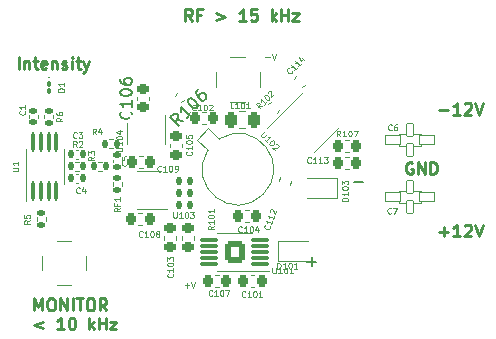
<source format=gto>
%TF.GenerationSoftware,KiCad,Pcbnew,7.0.2*%
%TF.CreationDate,2023-05-30T15:48:39+02:00*%
%TF.ProjectId,oip_opa818,6f69705f-6f70-4613-9831-382e6b696361,rev?*%
%TF.SameCoordinates,Original*%
%TF.FileFunction,Legend,Top*%
%TF.FilePolarity,Positive*%
%FSLAX46Y46*%
G04 Gerber Fmt 4.6, Leading zero omitted, Abs format (unit mm)*
G04 Created by KiCad (PCBNEW 7.0.2) date 2023-05-30 15:48:39*
%MOMM*%
%LPD*%
G01*
G04 APERTURE LIST*
G04 Aperture macros list*
%AMRoundRect*
0 Rectangle with rounded corners*
0 $1 Rounding radius*
0 $2 $3 $4 $5 $6 $7 $8 $9 X,Y pos of 4 corners*
0 Add a 4 corners polygon primitive as box body*
4,1,4,$2,$3,$4,$5,$6,$7,$8,$9,$2,$3,0*
0 Add four circle primitives for the rounded corners*
1,1,$1+$1,$2,$3*
1,1,$1+$1,$4,$5*
1,1,$1+$1,$6,$7*
1,1,$1+$1,$8,$9*
0 Add four rect primitives between the rounded corners*
20,1,$1+$1,$2,$3,$4,$5,0*
20,1,$1+$1,$4,$5,$6,$7,0*
20,1,$1+$1,$6,$7,$8,$9,0*
20,1,$1+$1,$8,$9,$2,$3,0*%
G04 Aperture macros list end*
%ADD10C,0.250000*%
%ADD11C,0.100000*%
%ADD12C,0.150000*%
%ADD13C,0.125000*%
%ADD14C,0.120000*%
%ADD15C,2.500000*%
%ADD16RoundRect,0.135000X-0.185000X0.135000X-0.185000X-0.135000X0.185000X-0.135000X0.185000X0.135000X0*%
%ADD17RoundRect,0.100000X-0.100000X0.130000X-0.100000X-0.130000X0.100000X-0.130000X0.100000X0.130000X0*%
%ADD18RoundRect,0.100000X0.100000X-0.712500X0.100000X0.712500X-0.100000X0.712500X-0.100000X-0.712500X0*%
%ADD19RoundRect,0.135000X-0.035355X0.226274X-0.226274X0.035355X0.035355X-0.226274X0.226274X-0.035355X0*%
%ADD20RoundRect,0.135000X0.185000X-0.135000X0.185000X0.135000X-0.185000X0.135000X-0.185000X-0.135000X0*%
%ADD21RoundRect,0.140000X-0.170000X0.140000X-0.170000X-0.140000X0.170000X-0.140000X0.170000X0.140000X0*%
%ADD22O,1.000000X1.000000*%
%ADD23RoundRect,0.075000X0.650000X0.075000X-0.650000X0.075000X-0.650000X-0.075000X0.650000X-0.075000X0*%
%ADD24RoundRect,0.250000X0.590000X0.690000X-0.590000X0.690000X-0.590000X-0.690000X0.590000X-0.690000X0*%
%ADD25RoundRect,0.100000X-0.371231X-0.512652X0.512652X0.371231X0.371231X0.512652X-0.512652X-0.371231X0*%
%ADD26RoundRect,0.249999X0.424264X-1.237438X1.237438X-0.424264X-0.424264X1.237438X-1.237438X0.424264X0*%
%ADD27RoundRect,0.218750X0.218750X0.256250X-0.218750X0.256250X-0.218750X-0.256250X0.218750X-0.256250X0*%
%ADD28RoundRect,0.218750X0.256250X-0.218750X0.256250X0.218750X-0.256250X0.218750X-0.256250X-0.218750X0*%
%ADD29RoundRect,0.218750X-0.218750X-0.256250X0.218750X-0.256250X0.218750X0.256250X-0.218750X0.256250X0*%
%ADD30RoundRect,0.218750X0.165979X-0.293200X0.315613X0.117915X-0.165979X0.293200X-0.315613X-0.117915X0*%
%ADD31RoundRect,0.218750X0.026517X-0.335876X0.335876X-0.026517X-0.026517X0.335876X-0.335876X0.026517X0*%
%ADD32R,0.500000X0.500000*%
%ADD33RoundRect,0.243750X0.243750X0.456250X-0.243750X0.456250X-0.243750X-0.456250X0.243750X-0.456250X0*%
%ADD34RoundRect,0.218750X-0.026517X0.335876X-0.335876X0.026517X0.026517X-0.335876X0.335876X-0.026517X0*%
%ADD35RoundRect,0.147500X-0.147500X-0.172500X0.147500X-0.172500X0.147500X0.172500X-0.147500X0.172500X0*%
%ADD36R,0.600000X0.250000*%
%ADD37R,1.450000X2.400000*%
%ADD38RoundRect,0.218750X-0.256250X0.218750X-0.256250X-0.218750X0.256250X-0.218750X0.256250X0.218750X0*%
%ADD39RoundRect,0.225000X0.250000X-0.225000X0.250000X0.225000X-0.250000X0.225000X-0.250000X-0.225000X0*%
%ADD40R,0.650000X1.060000*%
%ADD41RoundRect,0.225000X-0.225000X-0.250000X0.225000X-0.250000X0.225000X0.250000X-0.225000X0.250000X0*%
%ADD42RoundRect,0.135000X0.135000X0.185000X-0.135000X0.185000X-0.135000X-0.185000X0.135000X-0.185000X0*%
%ADD43RoundRect,0.135000X-0.135000X-0.185000X0.135000X-0.185000X0.135000X0.185000X-0.135000X0.185000X0*%
%ADD44RoundRect,0.040000X0.660000X0.360000X-0.660000X0.360000X-0.660000X-0.360000X0.660000X-0.360000X0*%
%ADD45RoundRect,0.030000X0.270000X0.520000X-0.270000X0.520000X-0.270000X-0.520000X0.270000X-0.520000X0*%
%ADD46RoundRect,0.140000X0.140000X0.170000X-0.140000X0.170000X-0.140000X-0.170000X0.140000X-0.170000X0*%
%ADD47RoundRect,0.040000X-0.660000X-0.360000X0.660000X-0.360000X0.660000X0.360000X-0.660000X0.360000X0*%
%ADD48RoundRect,0.030000X-0.270000X-0.520000X0.270000X-0.520000X0.270000X0.520000X-0.270000X0.520000X0*%
%ADD49C,1.240000*%
%ADD50C,1.000000*%
%ADD51R,1.700000X1.700000*%
%ADD52O,1.700000X1.700000*%
G04 APERTURE END LIST*
D10*
X131454495Y-91520819D02*
X131454495Y-90520819D01*
X131930685Y-90854152D02*
X131930685Y-91520819D01*
X131930685Y-90949390D02*
X131978304Y-90901771D01*
X131978304Y-90901771D02*
X132073542Y-90854152D01*
X132073542Y-90854152D02*
X132216399Y-90854152D01*
X132216399Y-90854152D02*
X132311637Y-90901771D01*
X132311637Y-90901771D02*
X132359256Y-90997009D01*
X132359256Y-90997009D02*
X132359256Y-91520819D01*
X132692590Y-90854152D02*
X133073542Y-90854152D01*
X132835447Y-90520819D02*
X132835447Y-91377961D01*
X132835447Y-91377961D02*
X132883066Y-91473200D01*
X132883066Y-91473200D02*
X132978304Y-91520819D01*
X132978304Y-91520819D02*
X133073542Y-91520819D01*
X133787828Y-91473200D02*
X133692590Y-91520819D01*
X133692590Y-91520819D02*
X133502114Y-91520819D01*
X133502114Y-91520819D02*
X133406876Y-91473200D01*
X133406876Y-91473200D02*
X133359257Y-91377961D01*
X133359257Y-91377961D02*
X133359257Y-90997009D01*
X133359257Y-90997009D02*
X133406876Y-90901771D01*
X133406876Y-90901771D02*
X133502114Y-90854152D01*
X133502114Y-90854152D02*
X133692590Y-90854152D01*
X133692590Y-90854152D02*
X133787828Y-90901771D01*
X133787828Y-90901771D02*
X133835447Y-90997009D01*
X133835447Y-90997009D02*
X133835447Y-91092247D01*
X133835447Y-91092247D02*
X133359257Y-91187485D01*
X134264019Y-90854152D02*
X134264019Y-91520819D01*
X134264019Y-90949390D02*
X134311638Y-90901771D01*
X134311638Y-90901771D02*
X134406876Y-90854152D01*
X134406876Y-90854152D02*
X134549733Y-90854152D01*
X134549733Y-90854152D02*
X134644971Y-90901771D01*
X134644971Y-90901771D02*
X134692590Y-90997009D01*
X134692590Y-90997009D02*
X134692590Y-91520819D01*
X135121162Y-91473200D02*
X135216400Y-91520819D01*
X135216400Y-91520819D02*
X135406876Y-91520819D01*
X135406876Y-91520819D02*
X135502114Y-91473200D01*
X135502114Y-91473200D02*
X135549733Y-91377961D01*
X135549733Y-91377961D02*
X135549733Y-91330342D01*
X135549733Y-91330342D02*
X135502114Y-91235104D01*
X135502114Y-91235104D02*
X135406876Y-91187485D01*
X135406876Y-91187485D02*
X135264019Y-91187485D01*
X135264019Y-91187485D02*
X135168781Y-91139866D01*
X135168781Y-91139866D02*
X135121162Y-91044628D01*
X135121162Y-91044628D02*
X135121162Y-90997009D01*
X135121162Y-90997009D02*
X135168781Y-90901771D01*
X135168781Y-90901771D02*
X135264019Y-90854152D01*
X135264019Y-90854152D02*
X135406876Y-90854152D01*
X135406876Y-90854152D02*
X135502114Y-90901771D01*
X135978305Y-91520819D02*
X135978305Y-90854152D01*
X135978305Y-90520819D02*
X135930686Y-90568438D01*
X135930686Y-90568438D02*
X135978305Y-90616057D01*
X135978305Y-90616057D02*
X136025924Y-90568438D01*
X136025924Y-90568438D02*
X135978305Y-90520819D01*
X135978305Y-90520819D02*
X135978305Y-90616057D01*
X136311638Y-90854152D02*
X136692590Y-90854152D01*
X136454495Y-90520819D02*
X136454495Y-91377961D01*
X136454495Y-91377961D02*
X136502114Y-91473200D01*
X136502114Y-91473200D02*
X136597352Y-91520819D01*
X136597352Y-91520819D02*
X136692590Y-91520819D01*
X136930686Y-90854152D02*
X137168781Y-91520819D01*
X137406876Y-90854152D02*
X137168781Y-91520819D01*
X137168781Y-91520819D02*
X137073543Y-91758914D01*
X137073543Y-91758914D02*
X137025924Y-91806533D01*
X137025924Y-91806533D02*
X136930686Y-91854152D01*
X132775295Y-111948019D02*
X132775295Y-110948019D01*
X132775295Y-110948019D02*
X133108628Y-111662304D01*
X133108628Y-111662304D02*
X133441961Y-110948019D01*
X133441961Y-110948019D02*
X133441961Y-111948019D01*
X134108628Y-110948019D02*
X134299104Y-110948019D01*
X134299104Y-110948019D02*
X134394342Y-110995638D01*
X134394342Y-110995638D02*
X134489580Y-111090876D01*
X134489580Y-111090876D02*
X134537199Y-111281352D01*
X134537199Y-111281352D02*
X134537199Y-111614685D01*
X134537199Y-111614685D02*
X134489580Y-111805161D01*
X134489580Y-111805161D02*
X134394342Y-111900400D01*
X134394342Y-111900400D02*
X134299104Y-111948019D01*
X134299104Y-111948019D02*
X134108628Y-111948019D01*
X134108628Y-111948019D02*
X134013390Y-111900400D01*
X134013390Y-111900400D02*
X133918152Y-111805161D01*
X133918152Y-111805161D02*
X133870533Y-111614685D01*
X133870533Y-111614685D02*
X133870533Y-111281352D01*
X133870533Y-111281352D02*
X133918152Y-111090876D01*
X133918152Y-111090876D02*
X134013390Y-110995638D01*
X134013390Y-110995638D02*
X134108628Y-110948019D01*
X134965771Y-111948019D02*
X134965771Y-110948019D01*
X134965771Y-110948019D02*
X135537199Y-111948019D01*
X135537199Y-111948019D02*
X135537199Y-110948019D01*
X136013390Y-111948019D02*
X136013390Y-110948019D01*
X136346723Y-110948019D02*
X136918151Y-110948019D01*
X136632437Y-111948019D02*
X136632437Y-110948019D01*
X137441961Y-110948019D02*
X137632437Y-110948019D01*
X137632437Y-110948019D02*
X137727675Y-110995638D01*
X137727675Y-110995638D02*
X137822913Y-111090876D01*
X137822913Y-111090876D02*
X137870532Y-111281352D01*
X137870532Y-111281352D02*
X137870532Y-111614685D01*
X137870532Y-111614685D02*
X137822913Y-111805161D01*
X137822913Y-111805161D02*
X137727675Y-111900400D01*
X137727675Y-111900400D02*
X137632437Y-111948019D01*
X137632437Y-111948019D02*
X137441961Y-111948019D01*
X137441961Y-111948019D02*
X137346723Y-111900400D01*
X137346723Y-111900400D02*
X137251485Y-111805161D01*
X137251485Y-111805161D02*
X137203866Y-111614685D01*
X137203866Y-111614685D02*
X137203866Y-111281352D01*
X137203866Y-111281352D02*
X137251485Y-111090876D01*
X137251485Y-111090876D02*
X137346723Y-110995638D01*
X137346723Y-110995638D02*
X137441961Y-110948019D01*
X138870532Y-111948019D02*
X138537199Y-111471828D01*
X138299104Y-111948019D02*
X138299104Y-110948019D01*
X138299104Y-110948019D02*
X138680056Y-110948019D01*
X138680056Y-110948019D02*
X138775294Y-110995638D01*
X138775294Y-110995638D02*
X138822913Y-111043257D01*
X138822913Y-111043257D02*
X138870532Y-111138495D01*
X138870532Y-111138495D02*
X138870532Y-111281352D01*
X138870532Y-111281352D02*
X138822913Y-111376590D01*
X138822913Y-111376590D02*
X138775294Y-111424209D01*
X138775294Y-111424209D02*
X138680056Y-111471828D01*
X138680056Y-111471828D02*
X138299104Y-111471828D01*
X133537200Y-112901352D02*
X132775295Y-113187066D01*
X132775295Y-113187066D02*
X133537200Y-113472780D01*
X135299104Y-113568019D02*
X134727676Y-113568019D01*
X135013390Y-113568019D02*
X135013390Y-112568019D01*
X135013390Y-112568019D02*
X134918152Y-112710876D01*
X134918152Y-112710876D02*
X134822914Y-112806114D01*
X134822914Y-112806114D02*
X134727676Y-112853733D01*
X135918152Y-112568019D02*
X136013390Y-112568019D01*
X136013390Y-112568019D02*
X136108628Y-112615638D01*
X136108628Y-112615638D02*
X136156247Y-112663257D01*
X136156247Y-112663257D02*
X136203866Y-112758495D01*
X136203866Y-112758495D02*
X136251485Y-112948971D01*
X136251485Y-112948971D02*
X136251485Y-113187066D01*
X136251485Y-113187066D02*
X136203866Y-113377542D01*
X136203866Y-113377542D02*
X136156247Y-113472780D01*
X136156247Y-113472780D02*
X136108628Y-113520400D01*
X136108628Y-113520400D02*
X136013390Y-113568019D01*
X136013390Y-113568019D02*
X135918152Y-113568019D01*
X135918152Y-113568019D02*
X135822914Y-113520400D01*
X135822914Y-113520400D02*
X135775295Y-113472780D01*
X135775295Y-113472780D02*
X135727676Y-113377542D01*
X135727676Y-113377542D02*
X135680057Y-113187066D01*
X135680057Y-113187066D02*
X135680057Y-112948971D01*
X135680057Y-112948971D02*
X135727676Y-112758495D01*
X135727676Y-112758495D02*
X135775295Y-112663257D01*
X135775295Y-112663257D02*
X135822914Y-112615638D01*
X135822914Y-112615638D02*
X135918152Y-112568019D01*
X137441962Y-113568019D02*
X137441962Y-112568019D01*
X137537200Y-113187066D02*
X137822914Y-113568019D01*
X137822914Y-112901352D02*
X137441962Y-113282304D01*
X138251486Y-113568019D02*
X138251486Y-112568019D01*
X138251486Y-113044209D02*
X138822914Y-113044209D01*
X138822914Y-113568019D02*
X138822914Y-112568019D01*
X139203867Y-112901352D02*
X139727676Y-112901352D01*
X139727676Y-112901352D02*
X139203867Y-113568019D01*
X139203867Y-113568019D02*
X139727676Y-113568019D01*
X146148323Y-87456819D02*
X145814990Y-86980628D01*
X145576895Y-87456819D02*
X145576895Y-86456819D01*
X145576895Y-86456819D02*
X145957847Y-86456819D01*
X145957847Y-86456819D02*
X146053085Y-86504438D01*
X146053085Y-86504438D02*
X146100704Y-86552057D01*
X146100704Y-86552057D02*
X146148323Y-86647295D01*
X146148323Y-86647295D02*
X146148323Y-86790152D01*
X146148323Y-86790152D02*
X146100704Y-86885390D01*
X146100704Y-86885390D02*
X146053085Y-86933009D01*
X146053085Y-86933009D02*
X145957847Y-86980628D01*
X145957847Y-86980628D02*
X145576895Y-86980628D01*
X146910228Y-86933009D02*
X146576895Y-86933009D01*
X146576895Y-87456819D02*
X146576895Y-86456819D01*
X146576895Y-86456819D02*
X147053085Y-86456819D01*
X148195943Y-86790152D02*
X148957848Y-87075866D01*
X148957848Y-87075866D02*
X148195943Y-87361580D01*
X150719752Y-87456819D02*
X150148324Y-87456819D01*
X150434038Y-87456819D02*
X150434038Y-86456819D01*
X150434038Y-86456819D02*
X150338800Y-86599676D01*
X150338800Y-86599676D02*
X150243562Y-86694914D01*
X150243562Y-86694914D02*
X150148324Y-86742533D01*
X151624514Y-86456819D02*
X151148324Y-86456819D01*
X151148324Y-86456819D02*
X151100705Y-86933009D01*
X151100705Y-86933009D02*
X151148324Y-86885390D01*
X151148324Y-86885390D02*
X151243562Y-86837771D01*
X151243562Y-86837771D02*
X151481657Y-86837771D01*
X151481657Y-86837771D02*
X151576895Y-86885390D01*
X151576895Y-86885390D02*
X151624514Y-86933009D01*
X151624514Y-86933009D02*
X151672133Y-87028247D01*
X151672133Y-87028247D02*
X151672133Y-87266342D01*
X151672133Y-87266342D02*
X151624514Y-87361580D01*
X151624514Y-87361580D02*
X151576895Y-87409200D01*
X151576895Y-87409200D02*
X151481657Y-87456819D01*
X151481657Y-87456819D02*
X151243562Y-87456819D01*
X151243562Y-87456819D02*
X151148324Y-87409200D01*
X151148324Y-87409200D02*
X151100705Y-87361580D01*
X152862610Y-87456819D02*
X152862610Y-86456819D01*
X152957848Y-87075866D02*
X153243562Y-87456819D01*
X153243562Y-86790152D02*
X152862610Y-87171104D01*
X153672134Y-87456819D02*
X153672134Y-86456819D01*
X153672134Y-86933009D02*
X154243562Y-86933009D01*
X154243562Y-87456819D02*
X154243562Y-86456819D01*
X154624515Y-86790152D02*
X155148324Y-86790152D01*
X155148324Y-86790152D02*
X154624515Y-87456819D01*
X154624515Y-87456819D02*
X155148324Y-87456819D01*
X164795104Y-99458438D02*
X164699866Y-99410819D01*
X164699866Y-99410819D02*
X164557009Y-99410819D01*
X164557009Y-99410819D02*
X164414152Y-99458438D01*
X164414152Y-99458438D02*
X164318914Y-99553676D01*
X164318914Y-99553676D02*
X164271295Y-99648914D01*
X164271295Y-99648914D02*
X164223676Y-99839390D01*
X164223676Y-99839390D02*
X164223676Y-99982247D01*
X164223676Y-99982247D02*
X164271295Y-100172723D01*
X164271295Y-100172723D02*
X164318914Y-100267961D01*
X164318914Y-100267961D02*
X164414152Y-100363200D01*
X164414152Y-100363200D02*
X164557009Y-100410819D01*
X164557009Y-100410819D02*
X164652247Y-100410819D01*
X164652247Y-100410819D02*
X164795104Y-100363200D01*
X164795104Y-100363200D02*
X164842723Y-100315580D01*
X164842723Y-100315580D02*
X164842723Y-99982247D01*
X164842723Y-99982247D02*
X164652247Y-99982247D01*
X165271295Y-100410819D02*
X165271295Y-99410819D01*
X165271295Y-99410819D02*
X165842723Y-100410819D01*
X165842723Y-100410819D02*
X165842723Y-99410819D01*
X166318914Y-100410819D02*
X166318914Y-99410819D01*
X166318914Y-99410819D02*
X166557009Y-99410819D01*
X166557009Y-99410819D02*
X166699866Y-99458438D01*
X166699866Y-99458438D02*
X166795104Y-99553676D01*
X166795104Y-99553676D02*
X166842723Y-99648914D01*
X166842723Y-99648914D02*
X166890342Y-99839390D01*
X166890342Y-99839390D02*
X166890342Y-99982247D01*
X166890342Y-99982247D02*
X166842723Y-100172723D01*
X166842723Y-100172723D02*
X166795104Y-100267961D01*
X166795104Y-100267961D02*
X166699866Y-100363200D01*
X166699866Y-100363200D02*
X166557009Y-100410819D01*
X166557009Y-100410819D02*
X166318914Y-100410819D01*
X167065295Y-105313066D02*
X167827200Y-105313066D01*
X167446247Y-105694019D02*
X167446247Y-104932114D01*
X168827199Y-105694019D02*
X168255771Y-105694019D01*
X168541485Y-105694019D02*
X168541485Y-104694019D01*
X168541485Y-104694019D02*
X168446247Y-104836876D01*
X168446247Y-104836876D02*
X168351009Y-104932114D01*
X168351009Y-104932114D02*
X168255771Y-104979733D01*
X169208152Y-104789257D02*
X169255771Y-104741638D01*
X169255771Y-104741638D02*
X169351009Y-104694019D01*
X169351009Y-104694019D02*
X169589104Y-104694019D01*
X169589104Y-104694019D02*
X169684342Y-104741638D01*
X169684342Y-104741638D02*
X169731961Y-104789257D01*
X169731961Y-104789257D02*
X169779580Y-104884495D01*
X169779580Y-104884495D02*
X169779580Y-104979733D01*
X169779580Y-104979733D02*
X169731961Y-105122590D01*
X169731961Y-105122590D02*
X169160533Y-105694019D01*
X169160533Y-105694019D02*
X169779580Y-105694019D01*
X170065295Y-104694019D02*
X170398628Y-105694019D01*
X170398628Y-105694019D02*
X170731961Y-104694019D01*
X167065295Y-95000666D02*
X167827200Y-95000666D01*
X168827199Y-95381619D02*
X168255771Y-95381619D01*
X168541485Y-95381619D02*
X168541485Y-94381619D01*
X168541485Y-94381619D02*
X168446247Y-94524476D01*
X168446247Y-94524476D02*
X168351009Y-94619714D01*
X168351009Y-94619714D02*
X168255771Y-94667333D01*
X169208152Y-94476857D02*
X169255771Y-94429238D01*
X169255771Y-94429238D02*
X169351009Y-94381619D01*
X169351009Y-94381619D02*
X169589104Y-94381619D01*
X169589104Y-94381619D02*
X169684342Y-94429238D01*
X169684342Y-94429238D02*
X169731961Y-94476857D01*
X169731961Y-94476857D02*
X169779580Y-94572095D01*
X169779580Y-94572095D02*
X169779580Y-94667333D01*
X169779580Y-94667333D02*
X169731961Y-94810190D01*
X169731961Y-94810190D02*
X169160533Y-95381619D01*
X169160533Y-95381619D02*
X169779580Y-95381619D01*
X170065295Y-94381619D02*
X170398628Y-95381619D01*
X170398628Y-95381619D02*
X170731961Y-94381619D01*
D11*
X152345238Y-90540833D02*
X152726191Y-90540833D01*
X152892858Y-90231309D02*
X153059524Y-90731309D01*
X153059524Y-90731309D02*
X153226191Y-90231309D01*
D12*
X155869048Y-107831666D02*
X156630953Y-107831666D01*
X156250000Y-108212619D02*
X156250000Y-107450714D01*
X159869048Y-101081666D02*
X160630953Y-101081666D01*
D11*
X145495238Y-109840833D02*
X145876191Y-109840833D01*
X145685714Y-110031309D02*
X145685714Y-109650357D01*
X146042858Y-109531309D02*
X146209524Y-110031309D01*
X146209524Y-110031309D02*
X146376191Y-109531309D01*
D13*
X135156109Y-95638133D02*
X134918014Y-95804799D01*
X135156109Y-95923847D02*
X134656109Y-95923847D01*
X134656109Y-95923847D02*
X134656109Y-95733371D01*
X134656109Y-95733371D02*
X134679919Y-95685752D01*
X134679919Y-95685752D02*
X134703728Y-95661942D01*
X134703728Y-95661942D02*
X134751347Y-95638133D01*
X134751347Y-95638133D02*
X134822776Y-95638133D01*
X134822776Y-95638133D02*
X134870395Y-95661942D01*
X134870395Y-95661942D02*
X134894204Y-95685752D01*
X134894204Y-95685752D02*
X134918014Y-95733371D01*
X134918014Y-95733371D02*
X134918014Y-95923847D01*
X134656109Y-95209561D02*
X134656109Y-95304799D01*
X134656109Y-95304799D02*
X134679919Y-95352418D01*
X134679919Y-95352418D02*
X134703728Y-95376228D01*
X134703728Y-95376228D02*
X134775157Y-95423847D01*
X134775157Y-95423847D02*
X134870395Y-95447656D01*
X134870395Y-95447656D02*
X135060871Y-95447656D01*
X135060871Y-95447656D02*
X135108490Y-95423847D01*
X135108490Y-95423847D02*
X135132300Y-95400037D01*
X135132300Y-95400037D02*
X135156109Y-95352418D01*
X135156109Y-95352418D02*
X135156109Y-95257180D01*
X135156109Y-95257180D02*
X135132300Y-95209561D01*
X135132300Y-95209561D02*
X135108490Y-95185752D01*
X135108490Y-95185752D02*
X135060871Y-95161942D01*
X135060871Y-95161942D02*
X134941823Y-95161942D01*
X134941823Y-95161942D02*
X134894204Y-95185752D01*
X134894204Y-95185752D02*
X134870395Y-95209561D01*
X134870395Y-95209561D02*
X134846585Y-95257180D01*
X134846585Y-95257180D02*
X134846585Y-95352418D01*
X134846585Y-95352418D02*
X134870395Y-95400037D01*
X134870395Y-95400037D02*
X134894204Y-95423847D01*
X134894204Y-95423847D02*
X134941823Y-95447656D01*
X135291709Y-93434647D02*
X134791709Y-93434647D01*
X134791709Y-93434647D02*
X134791709Y-93315599D01*
X134791709Y-93315599D02*
X134815519Y-93244171D01*
X134815519Y-93244171D02*
X134863138Y-93196552D01*
X134863138Y-93196552D02*
X134910757Y-93172742D01*
X134910757Y-93172742D02*
X135005995Y-93148933D01*
X135005995Y-93148933D02*
X135077423Y-93148933D01*
X135077423Y-93148933D02*
X135172661Y-93172742D01*
X135172661Y-93172742D02*
X135220280Y-93196552D01*
X135220280Y-93196552D02*
X135267900Y-93244171D01*
X135267900Y-93244171D02*
X135291709Y-93315599D01*
X135291709Y-93315599D02*
X135291709Y-93434647D01*
X135291709Y-92672742D02*
X135291709Y-92958456D01*
X135291709Y-92815599D02*
X134791709Y-92815599D01*
X134791709Y-92815599D02*
X134863138Y-92863218D01*
X134863138Y-92863218D02*
X134910757Y-92910837D01*
X134910757Y-92910837D02*
X134934566Y-92958456D01*
X130936109Y-100152152D02*
X131340871Y-100152152D01*
X131340871Y-100152152D02*
X131388490Y-100128342D01*
X131388490Y-100128342D02*
X131412300Y-100104533D01*
X131412300Y-100104533D02*
X131436109Y-100056914D01*
X131436109Y-100056914D02*
X131436109Y-99961676D01*
X131436109Y-99961676D02*
X131412300Y-99914057D01*
X131412300Y-99914057D02*
X131388490Y-99890247D01*
X131388490Y-99890247D02*
X131340871Y-99866438D01*
X131340871Y-99866438D02*
X130936109Y-99866438D01*
X131436109Y-99366437D02*
X131436109Y-99652151D01*
X131436109Y-99509294D02*
X130936109Y-99509294D01*
X130936109Y-99509294D02*
X131007538Y-99556913D01*
X131007538Y-99556913D02*
X131055157Y-99604532D01*
X131055157Y-99604532D02*
X131078966Y-99652151D01*
D12*
X145406303Y-95902568D02*
X144833883Y-95801553D01*
X145002242Y-96306629D02*
X144295135Y-95599523D01*
X144295135Y-95599523D02*
X144564509Y-95330149D01*
X144564509Y-95330149D02*
X144665524Y-95296477D01*
X144665524Y-95296477D02*
X144732868Y-95296477D01*
X144732868Y-95296477D02*
X144833883Y-95330149D01*
X144833883Y-95330149D02*
X144934898Y-95431164D01*
X144934898Y-95431164D02*
X144968570Y-95532179D01*
X144968570Y-95532179D02*
X144968570Y-95599523D01*
X144968570Y-95599523D02*
X144934898Y-95700538D01*
X144934898Y-95700538D02*
X144665524Y-95969912D01*
X146079738Y-95229133D02*
X145675677Y-95633194D01*
X145877707Y-95431164D02*
X145170600Y-94724057D01*
X145170600Y-94724057D02*
X145204272Y-94892416D01*
X145204272Y-94892416D02*
X145204272Y-95027103D01*
X145204272Y-95027103D02*
X145170600Y-95128118D01*
X145810364Y-94084294D02*
X145877707Y-94016950D01*
X145877707Y-94016950D02*
X145978723Y-93983279D01*
X145978723Y-93983279D02*
X146046066Y-93983279D01*
X146046066Y-93983279D02*
X146147081Y-94016950D01*
X146147081Y-94016950D02*
X146315440Y-94117966D01*
X146315440Y-94117966D02*
X146483799Y-94286324D01*
X146483799Y-94286324D02*
X146584814Y-94454683D01*
X146584814Y-94454683D02*
X146618486Y-94555698D01*
X146618486Y-94555698D02*
X146618486Y-94623042D01*
X146618486Y-94623042D02*
X146584814Y-94724057D01*
X146584814Y-94724057D02*
X146517471Y-94791401D01*
X146517471Y-94791401D02*
X146416455Y-94825072D01*
X146416455Y-94825072D02*
X146349112Y-94825072D01*
X146349112Y-94825072D02*
X146248097Y-94791401D01*
X146248097Y-94791401D02*
X146079738Y-94690385D01*
X146079738Y-94690385D02*
X145911379Y-94522027D01*
X145911379Y-94522027D02*
X145810364Y-94353668D01*
X145810364Y-94353668D02*
X145776692Y-94252653D01*
X145776692Y-94252653D02*
X145776692Y-94185309D01*
X145776692Y-94185309D02*
X145810364Y-94084294D01*
X146652158Y-93242500D02*
X146517471Y-93377187D01*
X146517471Y-93377187D02*
X146483799Y-93478202D01*
X146483799Y-93478202D02*
X146483799Y-93545546D01*
X146483799Y-93545546D02*
X146517471Y-93713905D01*
X146517471Y-93713905D02*
X146618486Y-93882263D01*
X146618486Y-93882263D02*
X146887860Y-94151637D01*
X146887860Y-94151637D02*
X146988875Y-94185309D01*
X146988875Y-94185309D02*
X147056219Y-94185309D01*
X147056219Y-94185309D02*
X147157234Y-94151637D01*
X147157234Y-94151637D02*
X147291921Y-94016950D01*
X147291921Y-94016950D02*
X147325593Y-93915935D01*
X147325593Y-93915935D02*
X147325593Y-93848592D01*
X147325593Y-93848592D02*
X147291921Y-93747576D01*
X147291921Y-93747576D02*
X147123562Y-93579218D01*
X147123562Y-93579218D02*
X147022547Y-93545546D01*
X147022547Y-93545546D02*
X146955203Y-93545546D01*
X146955203Y-93545546D02*
X146854188Y-93579218D01*
X146854188Y-93579218D02*
X146719501Y-93713905D01*
X146719501Y-93713905D02*
X146685829Y-93814920D01*
X146685829Y-93814920D02*
X146685829Y-93882263D01*
X146685829Y-93882263D02*
X146719501Y-93983279D01*
D13*
X132411309Y-104324933D02*
X132173214Y-104491599D01*
X132411309Y-104610647D02*
X131911309Y-104610647D01*
X131911309Y-104610647D02*
X131911309Y-104420171D01*
X131911309Y-104420171D02*
X131935119Y-104372552D01*
X131935119Y-104372552D02*
X131958928Y-104348742D01*
X131958928Y-104348742D02*
X132006547Y-104324933D01*
X132006547Y-104324933D02*
X132077976Y-104324933D01*
X132077976Y-104324933D02*
X132125595Y-104348742D01*
X132125595Y-104348742D02*
X132149404Y-104372552D01*
X132149404Y-104372552D02*
X132173214Y-104420171D01*
X132173214Y-104420171D02*
X132173214Y-104610647D01*
X131911309Y-103872552D02*
X131911309Y-104110647D01*
X131911309Y-104110647D02*
X132149404Y-104134456D01*
X132149404Y-104134456D02*
X132125595Y-104110647D01*
X132125595Y-104110647D02*
X132101785Y-104063028D01*
X132101785Y-104063028D02*
X132101785Y-103943980D01*
X132101785Y-103943980D02*
X132125595Y-103896361D01*
X132125595Y-103896361D02*
X132149404Y-103872552D01*
X132149404Y-103872552D02*
X132197023Y-103848742D01*
X132197023Y-103848742D02*
X132316071Y-103848742D01*
X132316071Y-103848742D02*
X132363690Y-103872552D01*
X132363690Y-103872552D02*
X132387500Y-103896361D01*
X132387500Y-103896361D02*
X132411309Y-103943980D01*
X132411309Y-103943980D02*
X132411309Y-104063028D01*
X132411309Y-104063028D02*
X132387500Y-104110647D01*
X132387500Y-104110647D02*
X132363690Y-104134456D01*
X131958890Y-95079333D02*
X131982700Y-95103142D01*
X131982700Y-95103142D02*
X132006509Y-95174571D01*
X132006509Y-95174571D02*
X132006509Y-95222190D01*
X132006509Y-95222190D02*
X131982700Y-95293618D01*
X131982700Y-95293618D02*
X131935080Y-95341237D01*
X131935080Y-95341237D02*
X131887461Y-95365047D01*
X131887461Y-95365047D02*
X131792223Y-95388856D01*
X131792223Y-95388856D02*
X131720795Y-95388856D01*
X131720795Y-95388856D02*
X131625557Y-95365047D01*
X131625557Y-95365047D02*
X131577938Y-95341237D01*
X131577938Y-95341237D02*
X131530319Y-95293618D01*
X131530319Y-95293618D02*
X131506509Y-95222190D01*
X131506509Y-95222190D02*
X131506509Y-95174571D01*
X131506509Y-95174571D02*
X131530319Y-95103142D01*
X131530319Y-95103142D02*
X131554128Y-95079333D01*
X132006509Y-94603142D02*
X132006509Y-94888856D01*
X132006509Y-94745999D02*
X131506509Y-94745999D01*
X131506509Y-94745999D02*
X131577938Y-94793618D01*
X131577938Y-94793618D02*
X131625557Y-94841237D01*
X131625557Y-94841237D02*
X131649366Y-94888856D01*
D11*
X152942857Y-108331309D02*
X152942857Y-108736071D01*
X152942857Y-108736071D02*
X152966667Y-108783690D01*
X152966667Y-108783690D02*
X152990476Y-108807500D01*
X152990476Y-108807500D02*
X153038095Y-108831309D01*
X153038095Y-108831309D02*
X153133333Y-108831309D01*
X153133333Y-108831309D02*
X153180952Y-108807500D01*
X153180952Y-108807500D02*
X153204762Y-108783690D01*
X153204762Y-108783690D02*
X153228571Y-108736071D01*
X153228571Y-108736071D02*
X153228571Y-108331309D01*
X153728572Y-108831309D02*
X153442858Y-108831309D01*
X153585715Y-108831309D02*
X153585715Y-108331309D01*
X153585715Y-108331309D02*
X153538096Y-108402738D01*
X153538096Y-108402738D02*
X153490477Y-108450357D01*
X153490477Y-108450357D02*
X153442858Y-108474166D01*
X154038095Y-108331309D02*
X154085714Y-108331309D01*
X154085714Y-108331309D02*
X154133333Y-108355119D01*
X154133333Y-108355119D02*
X154157143Y-108378928D01*
X154157143Y-108378928D02*
X154180952Y-108426547D01*
X154180952Y-108426547D02*
X154204762Y-108521785D01*
X154204762Y-108521785D02*
X154204762Y-108640833D01*
X154204762Y-108640833D02*
X154180952Y-108736071D01*
X154180952Y-108736071D02*
X154157143Y-108783690D01*
X154157143Y-108783690D02*
X154133333Y-108807500D01*
X154133333Y-108807500D02*
X154085714Y-108831309D01*
X154085714Y-108831309D02*
X154038095Y-108831309D01*
X154038095Y-108831309D02*
X153990476Y-108807500D01*
X153990476Y-108807500D02*
X153966667Y-108783690D01*
X153966667Y-108783690D02*
X153942857Y-108736071D01*
X153942857Y-108736071D02*
X153919048Y-108640833D01*
X153919048Y-108640833D02*
X153919048Y-108521785D01*
X153919048Y-108521785D02*
X153942857Y-108426547D01*
X153942857Y-108426547D02*
X153966667Y-108378928D01*
X153966667Y-108378928D02*
X153990476Y-108355119D01*
X153990476Y-108355119D02*
X154038095Y-108331309D01*
X154680952Y-108831309D02*
X154395238Y-108831309D01*
X154538095Y-108831309D02*
X154538095Y-108331309D01*
X154538095Y-108331309D02*
X154490476Y-108402738D01*
X154490476Y-108402738D02*
X154442857Y-108450357D01*
X154442857Y-108450357D02*
X154395238Y-108474166D01*
X152283901Y-96803915D02*
X151997691Y-97090125D01*
X151997691Y-97090125D02*
X151980855Y-97140633D01*
X151980855Y-97140633D02*
X151980855Y-97174305D01*
X151980855Y-97174305D02*
X151997691Y-97224812D01*
X151997691Y-97224812D02*
X152065035Y-97292156D01*
X152065035Y-97292156D02*
X152115542Y-97308992D01*
X152115542Y-97308992D02*
X152149214Y-97308992D01*
X152149214Y-97308992D02*
X152199722Y-97292156D01*
X152199722Y-97292156D02*
X152485932Y-97005946D01*
X152485932Y-97713053D02*
X152283902Y-97511023D01*
X152384917Y-97612038D02*
X152738470Y-97258484D01*
X152738470Y-97258484D02*
X152654291Y-97275320D01*
X152654291Y-97275320D02*
X152586947Y-97275320D01*
X152586947Y-97275320D02*
X152536440Y-97258484D01*
X153058351Y-97578366D02*
X153092023Y-97612037D01*
X153092023Y-97612037D02*
X153108859Y-97662545D01*
X153108859Y-97662545D02*
X153108859Y-97696217D01*
X153108859Y-97696217D02*
X153092023Y-97746724D01*
X153092023Y-97746724D02*
X153041516Y-97830904D01*
X153041516Y-97830904D02*
X152957336Y-97915083D01*
X152957336Y-97915083D02*
X152873157Y-97965591D01*
X152873157Y-97965591D02*
X152822649Y-97982427D01*
X152822649Y-97982427D02*
X152788977Y-97982427D01*
X152788977Y-97982427D02*
X152738470Y-97965591D01*
X152738470Y-97965591D02*
X152704798Y-97931919D01*
X152704798Y-97931919D02*
X152687962Y-97881411D01*
X152687962Y-97881411D02*
X152687962Y-97847740D01*
X152687962Y-97847740D02*
X152704798Y-97797232D01*
X152704798Y-97797232D02*
X152755306Y-97713053D01*
X152755306Y-97713053D02*
X152839485Y-97628873D01*
X152839485Y-97628873D02*
X152923664Y-97578366D01*
X152923664Y-97578366D02*
X152974172Y-97561530D01*
X152974172Y-97561530D02*
X153007844Y-97561530D01*
X153007844Y-97561530D02*
X153058351Y-97578366D01*
X153277217Y-97864575D02*
X153310889Y-97864575D01*
X153310889Y-97864575D02*
X153361397Y-97881411D01*
X153361397Y-97881411D02*
X153445576Y-97965591D01*
X153445576Y-97965591D02*
X153462412Y-98016098D01*
X153462412Y-98016098D02*
X153462412Y-98049770D01*
X153462412Y-98049770D02*
X153445576Y-98100278D01*
X153445576Y-98100278D02*
X153411905Y-98133949D01*
X153411905Y-98133949D02*
X153344561Y-98167621D01*
X153344561Y-98167621D02*
X152940500Y-98167621D01*
X152940500Y-98167621D02*
X153159366Y-98386487D01*
X150640476Y-110783690D02*
X150616667Y-110807500D01*
X150616667Y-110807500D02*
X150545238Y-110831309D01*
X150545238Y-110831309D02*
X150497619Y-110831309D01*
X150497619Y-110831309D02*
X150426191Y-110807500D01*
X150426191Y-110807500D02*
X150378572Y-110759880D01*
X150378572Y-110759880D02*
X150354762Y-110712261D01*
X150354762Y-110712261D02*
X150330953Y-110617023D01*
X150330953Y-110617023D02*
X150330953Y-110545595D01*
X150330953Y-110545595D02*
X150354762Y-110450357D01*
X150354762Y-110450357D02*
X150378572Y-110402738D01*
X150378572Y-110402738D02*
X150426191Y-110355119D01*
X150426191Y-110355119D02*
X150497619Y-110331309D01*
X150497619Y-110331309D02*
X150545238Y-110331309D01*
X150545238Y-110331309D02*
X150616667Y-110355119D01*
X150616667Y-110355119D02*
X150640476Y-110378928D01*
X151116667Y-110831309D02*
X150830953Y-110831309D01*
X150973810Y-110831309D02*
X150973810Y-110331309D01*
X150973810Y-110331309D02*
X150926191Y-110402738D01*
X150926191Y-110402738D02*
X150878572Y-110450357D01*
X150878572Y-110450357D02*
X150830953Y-110474166D01*
X151426190Y-110331309D02*
X151473809Y-110331309D01*
X151473809Y-110331309D02*
X151521428Y-110355119D01*
X151521428Y-110355119D02*
X151545238Y-110378928D01*
X151545238Y-110378928D02*
X151569047Y-110426547D01*
X151569047Y-110426547D02*
X151592857Y-110521785D01*
X151592857Y-110521785D02*
X151592857Y-110640833D01*
X151592857Y-110640833D02*
X151569047Y-110736071D01*
X151569047Y-110736071D02*
X151545238Y-110783690D01*
X151545238Y-110783690D02*
X151521428Y-110807500D01*
X151521428Y-110807500D02*
X151473809Y-110831309D01*
X151473809Y-110831309D02*
X151426190Y-110831309D01*
X151426190Y-110831309D02*
X151378571Y-110807500D01*
X151378571Y-110807500D02*
X151354762Y-110783690D01*
X151354762Y-110783690D02*
X151330952Y-110736071D01*
X151330952Y-110736071D02*
X151307143Y-110640833D01*
X151307143Y-110640833D02*
X151307143Y-110521785D01*
X151307143Y-110521785D02*
X151330952Y-110426547D01*
X151330952Y-110426547D02*
X151354762Y-110378928D01*
X151354762Y-110378928D02*
X151378571Y-110355119D01*
X151378571Y-110355119D02*
X151426190Y-110331309D01*
X152069047Y-110831309D02*
X151783333Y-110831309D01*
X151926190Y-110831309D02*
X151926190Y-110331309D01*
X151926190Y-110331309D02*
X151878571Y-110402738D01*
X151878571Y-110402738D02*
X151830952Y-110450357D01*
X151830952Y-110450357D02*
X151783333Y-110474166D01*
X146440476Y-94983690D02*
X146416667Y-95007500D01*
X146416667Y-95007500D02*
X146345238Y-95031309D01*
X146345238Y-95031309D02*
X146297619Y-95031309D01*
X146297619Y-95031309D02*
X146226191Y-95007500D01*
X146226191Y-95007500D02*
X146178572Y-94959880D01*
X146178572Y-94959880D02*
X146154762Y-94912261D01*
X146154762Y-94912261D02*
X146130953Y-94817023D01*
X146130953Y-94817023D02*
X146130953Y-94745595D01*
X146130953Y-94745595D02*
X146154762Y-94650357D01*
X146154762Y-94650357D02*
X146178572Y-94602738D01*
X146178572Y-94602738D02*
X146226191Y-94555119D01*
X146226191Y-94555119D02*
X146297619Y-94531309D01*
X146297619Y-94531309D02*
X146345238Y-94531309D01*
X146345238Y-94531309D02*
X146416667Y-94555119D01*
X146416667Y-94555119D02*
X146440476Y-94578928D01*
X146916667Y-95031309D02*
X146630953Y-95031309D01*
X146773810Y-95031309D02*
X146773810Y-94531309D01*
X146773810Y-94531309D02*
X146726191Y-94602738D01*
X146726191Y-94602738D02*
X146678572Y-94650357D01*
X146678572Y-94650357D02*
X146630953Y-94674166D01*
X147226190Y-94531309D02*
X147273809Y-94531309D01*
X147273809Y-94531309D02*
X147321428Y-94555119D01*
X147321428Y-94555119D02*
X147345238Y-94578928D01*
X147345238Y-94578928D02*
X147369047Y-94626547D01*
X147369047Y-94626547D02*
X147392857Y-94721785D01*
X147392857Y-94721785D02*
X147392857Y-94840833D01*
X147392857Y-94840833D02*
X147369047Y-94936071D01*
X147369047Y-94936071D02*
X147345238Y-94983690D01*
X147345238Y-94983690D02*
X147321428Y-95007500D01*
X147321428Y-95007500D02*
X147273809Y-95031309D01*
X147273809Y-95031309D02*
X147226190Y-95031309D01*
X147226190Y-95031309D02*
X147178571Y-95007500D01*
X147178571Y-95007500D02*
X147154762Y-94983690D01*
X147154762Y-94983690D02*
X147130952Y-94936071D01*
X147130952Y-94936071D02*
X147107143Y-94840833D01*
X147107143Y-94840833D02*
X147107143Y-94721785D01*
X147107143Y-94721785D02*
X147130952Y-94626547D01*
X147130952Y-94626547D02*
X147154762Y-94578928D01*
X147154762Y-94578928D02*
X147178571Y-94555119D01*
X147178571Y-94555119D02*
X147226190Y-94531309D01*
X147583333Y-94578928D02*
X147607142Y-94555119D01*
X147607142Y-94555119D02*
X147654761Y-94531309D01*
X147654761Y-94531309D02*
X147773809Y-94531309D01*
X147773809Y-94531309D02*
X147821428Y-94555119D01*
X147821428Y-94555119D02*
X147845237Y-94578928D01*
X147845237Y-94578928D02*
X147869047Y-94626547D01*
X147869047Y-94626547D02*
X147869047Y-94674166D01*
X147869047Y-94674166D02*
X147845237Y-94745595D01*
X147845237Y-94745595D02*
X147559523Y-95031309D01*
X147559523Y-95031309D02*
X147869047Y-95031309D01*
X144483690Y-108859523D02*
X144507500Y-108883332D01*
X144507500Y-108883332D02*
X144531309Y-108954761D01*
X144531309Y-108954761D02*
X144531309Y-109002380D01*
X144531309Y-109002380D02*
X144507500Y-109073808D01*
X144507500Y-109073808D02*
X144459880Y-109121427D01*
X144459880Y-109121427D02*
X144412261Y-109145237D01*
X144412261Y-109145237D02*
X144317023Y-109169046D01*
X144317023Y-109169046D02*
X144245595Y-109169046D01*
X144245595Y-109169046D02*
X144150357Y-109145237D01*
X144150357Y-109145237D02*
X144102738Y-109121427D01*
X144102738Y-109121427D02*
X144055119Y-109073808D01*
X144055119Y-109073808D02*
X144031309Y-109002380D01*
X144031309Y-109002380D02*
X144031309Y-108954761D01*
X144031309Y-108954761D02*
X144055119Y-108883332D01*
X144055119Y-108883332D02*
X144078928Y-108859523D01*
X144531309Y-108383332D02*
X144531309Y-108669046D01*
X144531309Y-108526189D02*
X144031309Y-108526189D01*
X144031309Y-108526189D02*
X144102738Y-108573808D01*
X144102738Y-108573808D02*
X144150357Y-108621427D01*
X144150357Y-108621427D02*
X144174166Y-108669046D01*
X144031309Y-108073809D02*
X144031309Y-108026190D01*
X144031309Y-108026190D02*
X144055119Y-107978571D01*
X144055119Y-107978571D02*
X144078928Y-107954761D01*
X144078928Y-107954761D02*
X144126547Y-107930952D01*
X144126547Y-107930952D02*
X144221785Y-107907142D01*
X144221785Y-107907142D02*
X144340833Y-107907142D01*
X144340833Y-107907142D02*
X144436071Y-107930952D01*
X144436071Y-107930952D02*
X144483690Y-107954761D01*
X144483690Y-107954761D02*
X144507500Y-107978571D01*
X144507500Y-107978571D02*
X144531309Y-108026190D01*
X144531309Y-108026190D02*
X144531309Y-108073809D01*
X144531309Y-108073809D02*
X144507500Y-108121428D01*
X144507500Y-108121428D02*
X144483690Y-108145237D01*
X144483690Y-108145237D02*
X144436071Y-108169047D01*
X144436071Y-108169047D02*
X144340833Y-108192856D01*
X144340833Y-108192856D02*
X144221785Y-108192856D01*
X144221785Y-108192856D02*
X144126547Y-108169047D01*
X144126547Y-108169047D02*
X144078928Y-108145237D01*
X144078928Y-108145237D02*
X144055119Y-108121428D01*
X144055119Y-108121428D02*
X144031309Y-108073809D01*
X144031309Y-107740476D02*
X144031309Y-107430952D01*
X144031309Y-107430952D02*
X144221785Y-107597619D01*
X144221785Y-107597619D02*
X144221785Y-107526190D01*
X144221785Y-107526190D02*
X144245595Y-107478571D01*
X144245595Y-107478571D02*
X144269404Y-107454762D01*
X144269404Y-107454762D02*
X144317023Y-107430952D01*
X144317023Y-107430952D02*
X144436071Y-107430952D01*
X144436071Y-107430952D02*
X144483690Y-107454762D01*
X144483690Y-107454762D02*
X144507500Y-107478571D01*
X144507500Y-107478571D02*
X144531309Y-107526190D01*
X144531309Y-107526190D02*
X144531309Y-107669047D01*
X144531309Y-107669047D02*
X144507500Y-107716666D01*
X144507500Y-107716666D02*
X144483690Y-107740476D01*
X147840476Y-110683690D02*
X147816667Y-110707500D01*
X147816667Y-110707500D02*
X147745238Y-110731309D01*
X147745238Y-110731309D02*
X147697619Y-110731309D01*
X147697619Y-110731309D02*
X147626191Y-110707500D01*
X147626191Y-110707500D02*
X147578572Y-110659880D01*
X147578572Y-110659880D02*
X147554762Y-110612261D01*
X147554762Y-110612261D02*
X147530953Y-110517023D01*
X147530953Y-110517023D02*
X147530953Y-110445595D01*
X147530953Y-110445595D02*
X147554762Y-110350357D01*
X147554762Y-110350357D02*
X147578572Y-110302738D01*
X147578572Y-110302738D02*
X147626191Y-110255119D01*
X147626191Y-110255119D02*
X147697619Y-110231309D01*
X147697619Y-110231309D02*
X147745238Y-110231309D01*
X147745238Y-110231309D02*
X147816667Y-110255119D01*
X147816667Y-110255119D02*
X147840476Y-110278928D01*
X148316667Y-110731309D02*
X148030953Y-110731309D01*
X148173810Y-110731309D02*
X148173810Y-110231309D01*
X148173810Y-110231309D02*
X148126191Y-110302738D01*
X148126191Y-110302738D02*
X148078572Y-110350357D01*
X148078572Y-110350357D02*
X148030953Y-110374166D01*
X148626190Y-110231309D02*
X148673809Y-110231309D01*
X148673809Y-110231309D02*
X148721428Y-110255119D01*
X148721428Y-110255119D02*
X148745238Y-110278928D01*
X148745238Y-110278928D02*
X148769047Y-110326547D01*
X148769047Y-110326547D02*
X148792857Y-110421785D01*
X148792857Y-110421785D02*
X148792857Y-110540833D01*
X148792857Y-110540833D02*
X148769047Y-110636071D01*
X148769047Y-110636071D02*
X148745238Y-110683690D01*
X148745238Y-110683690D02*
X148721428Y-110707500D01*
X148721428Y-110707500D02*
X148673809Y-110731309D01*
X148673809Y-110731309D02*
X148626190Y-110731309D01*
X148626190Y-110731309D02*
X148578571Y-110707500D01*
X148578571Y-110707500D02*
X148554762Y-110683690D01*
X148554762Y-110683690D02*
X148530952Y-110636071D01*
X148530952Y-110636071D02*
X148507143Y-110540833D01*
X148507143Y-110540833D02*
X148507143Y-110421785D01*
X148507143Y-110421785D02*
X148530952Y-110326547D01*
X148530952Y-110326547D02*
X148554762Y-110278928D01*
X148554762Y-110278928D02*
X148578571Y-110255119D01*
X148578571Y-110255119D02*
X148626190Y-110231309D01*
X148959523Y-110231309D02*
X149292856Y-110231309D01*
X149292856Y-110231309D02*
X149078571Y-110731309D01*
X141940476Y-105683690D02*
X141916667Y-105707500D01*
X141916667Y-105707500D02*
X141845238Y-105731309D01*
X141845238Y-105731309D02*
X141797619Y-105731309D01*
X141797619Y-105731309D02*
X141726191Y-105707500D01*
X141726191Y-105707500D02*
X141678572Y-105659880D01*
X141678572Y-105659880D02*
X141654762Y-105612261D01*
X141654762Y-105612261D02*
X141630953Y-105517023D01*
X141630953Y-105517023D02*
X141630953Y-105445595D01*
X141630953Y-105445595D02*
X141654762Y-105350357D01*
X141654762Y-105350357D02*
X141678572Y-105302738D01*
X141678572Y-105302738D02*
X141726191Y-105255119D01*
X141726191Y-105255119D02*
X141797619Y-105231309D01*
X141797619Y-105231309D02*
X141845238Y-105231309D01*
X141845238Y-105231309D02*
X141916667Y-105255119D01*
X141916667Y-105255119D02*
X141940476Y-105278928D01*
X142416667Y-105731309D02*
X142130953Y-105731309D01*
X142273810Y-105731309D02*
X142273810Y-105231309D01*
X142273810Y-105231309D02*
X142226191Y-105302738D01*
X142226191Y-105302738D02*
X142178572Y-105350357D01*
X142178572Y-105350357D02*
X142130953Y-105374166D01*
X142726190Y-105231309D02*
X142773809Y-105231309D01*
X142773809Y-105231309D02*
X142821428Y-105255119D01*
X142821428Y-105255119D02*
X142845238Y-105278928D01*
X142845238Y-105278928D02*
X142869047Y-105326547D01*
X142869047Y-105326547D02*
X142892857Y-105421785D01*
X142892857Y-105421785D02*
X142892857Y-105540833D01*
X142892857Y-105540833D02*
X142869047Y-105636071D01*
X142869047Y-105636071D02*
X142845238Y-105683690D01*
X142845238Y-105683690D02*
X142821428Y-105707500D01*
X142821428Y-105707500D02*
X142773809Y-105731309D01*
X142773809Y-105731309D02*
X142726190Y-105731309D01*
X142726190Y-105731309D02*
X142678571Y-105707500D01*
X142678571Y-105707500D02*
X142654762Y-105683690D01*
X142654762Y-105683690D02*
X142630952Y-105636071D01*
X142630952Y-105636071D02*
X142607143Y-105540833D01*
X142607143Y-105540833D02*
X142607143Y-105421785D01*
X142607143Y-105421785D02*
X142630952Y-105326547D01*
X142630952Y-105326547D02*
X142654762Y-105278928D01*
X142654762Y-105278928D02*
X142678571Y-105255119D01*
X142678571Y-105255119D02*
X142726190Y-105231309D01*
X143178571Y-105445595D02*
X143130952Y-105421785D01*
X143130952Y-105421785D02*
X143107142Y-105397976D01*
X143107142Y-105397976D02*
X143083333Y-105350357D01*
X143083333Y-105350357D02*
X143083333Y-105326547D01*
X143083333Y-105326547D02*
X143107142Y-105278928D01*
X143107142Y-105278928D02*
X143130952Y-105255119D01*
X143130952Y-105255119D02*
X143178571Y-105231309D01*
X143178571Y-105231309D02*
X143273809Y-105231309D01*
X143273809Y-105231309D02*
X143321428Y-105255119D01*
X143321428Y-105255119D02*
X143345237Y-105278928D01*
X143345237Y-105278928D02*
X143369047Y-105326547D01*
X143369047Y-105326547D02*
X143369047Y-105350357D01*
X143369047Y-105350357D02*
X143345237Y-105397976D01*
X143345237Y-105397976D02*
X143321428Y-105421785D01*
X143321428Y-105421785D02*
X143273809Y-105445595D01*
X143273809Y-105445595D02*
X143178571Y-105445595D01*
X143178571Y-105445595D02*
X143130952Y-105469404D01*
X143130952Y-105469404D02*
X143107142Y-105493214D01*
X143107142Y-105493214D02*
X143083333Y-105540833D01*
X143083333Y-105540833D02*
X143083333Y-105636071D01*
X143083333Y-105636071D02*
X143107142Y-105683690D01*
X143107142Y-105683690D02*
X143130952Y-105707500D01*
X143130952Y-105707500D02*
X143178571Y-105731309D01*
X143178571Y-105731309D02*
X143273809Y-105731309D01*
X143273809Y-105731309D02*
X143321428Y-105707500D01*
X143321428Y-105707500D02*
X143345237Y-105683690D01*
X143345237Y-105683690D02*
X143369047Y-105636071D01*
X143369047Y-105636071D02*
X143369047Y-105540833D01*
X143369047Y-105540833D02*
X143345237Y-105493214D01*
X143345237Y-105493214D02*
X143321428Y-105469404D01*
X143321428Y-105469404D02*
X143273809Y-105445595D01*
X152731244Y-104838605D02*
X152745474Y-104869122D01*
X152745474Y-104869122D02*
X152743418Y-104944386D01*
X152743418Y-104944386D02*
X152727131Y-104989134D01*
X152727131Y-104989134D02*
X152680328Y-105048111D01*
X152680328Y-105048111D02*
X152619294Y-105076572D01*
X152619294Y-105076572D02*
X152566403Y-105082659D01*
X152566403Y-105082659D02*
X152468765Y-105072459D01*
X152468765Y-105072459D02*
X152401644Y-105048029D01*
X152401644Y-105048029D02*
X152320293Y-104993082D01*
X152320293Y-104993082D02*
X152283689Y-104954422D01*
X152283689Y-104954422D02*
X152255228Y-104893388D01*
X152255228Y-104893388D02*
X152257285Y-104818123D01*
X152257285Y-104818123D02*
X152273572Y-104773376D01*
X152273572Y-104773376D02*
X152320375Y-104714399D01*
X152320375Y-104714399D02*
X152350892Y-104700168D01*
X152938858Y-104407419D02*
X152841138Y-104675903D01*
X152889998Y-104541661D02*
X152420152Y-104370651D01*
X152420152Y-104370651D02*
X152470986Y-104439828D01*
X152470986Y-104439828D02*
X152499446Y-104500862D01*
X152499446Y-104500862D02*
X152505533Y-104553753D01*
X153101724Y-103959947D02*
X153004004Y-104228430D01*
X153052864Y-104094189D02*
X152583018Y-103923179D01*
X152583018Y-103923179D02*
X152633852Y-103992356D01*
X152633852Y-103992356D02*
X152662313Y-104053390D01*
X152662313Y-104053390D02*
X152668400Y-104106280D01*
X152741772Y-103626235D02*
X152727542Y-103595718D01*
X152727542Y-103595718D02*
X152721455Y-103542827D01*
X152721455Y-103542827D02*
X152762171Y-103430959D01*
X152762171Y-103430959D02*
X152800832Y-103394355D01*
X152800832Y-103394355D02*
X152831349Y-103380125D01*
X152831349Y-103380125D02*
X152884239Y-103374038D01*
X152884239Y-103374038D02*
X152928987Y-103390325D01*
X152928987Y-103390325D02*
X152987964Y-103437128D01*
X152987964Y-103437128D02*
X153158728Y-103803332D01*
X153158728Y-103803332D02*
X153264591Y-103512475D01*
X156190476Y-99433690D02*
X156166667Y-99457500D01*
X156166667Y-99457500D02*
X156095238Y-99481309D01*
X156095238Y-99481309D02*
X156047619Y-99481309D01*
X156047619Y-99481309D02*
X155976191Y-99457500D01*
X155976191Y-99457500D02*
X155928572Y-99409880D01*
X155928572Y-99409880D02*
X155904762Y-99362261D01*
X155904762Y-99362261D02*
X155880953Y-99267023D01*
X155880953Y-99267023D02*
X155880953Y-99195595D01*
X155880953Y-99195595D02*
X155904762Y-99100357D01*
X155904762Y-99100357D02*
X155928572Y-99052738D01*
X155928572Y-99052738D02*
X155976191Y-99005119D01*
X155976191Y-99005119D02*
X156047619Y-98981309D01*
X156047619Y-98981309D02*
X156095238Y-98981309D01*
X156095238Y-98981309D02*
X156166667Y-99005119D01*
X156166667Y-99005119D02*
X156190476Y-99028928D01*
X156666667Y-99481309D02*
X156380953Y-99481309D01*
X156523810Y-99481309D02*
X156523810Y-98981309D01*
X156523810Y-98981309D02*
X156476191Y-99052738D01*
X156476191Y-99052738D02*
X156428572Y-99100357D01*
X156428572Y-99100357D02*
X156380953Y-99124166D01*
X157142857Y-99481309D02*
X156857143Y-99481309D01*
X157000000Y-99481309D02*
X157000000Y-98981309D01*
X157000000Y-98981309D02*
X156952381Y-99052738D01*
X156952381Y-99052738D02*
X156904762Y-99100357D01*
X156904762Y-99100357D02*
X156857143Y-99124166D01*
X157309523Y-98981309D02*
X157619047Y-98981309D01*
X157619047Y-98981309D02*
X157452380Y-99171785D01*
X157452380Y-99171785D02*
X157523809Y-99171785D01*
X157523809Y-99171785D02*
X157571428Y-99195595D01*
X157571428Y-99195595D02*
X157595237Y-99219404D01*
X157595237Y-99219404D02*
X157619047Y-99267023D01*
X157619047Y-99267023D02*
X157619047Y-99386071D01*
X157619047Y-99386071D02*
X157595237Y-99433690D01*
X157595237Y-99433690D02*
X157571428Y-99457500D01*
X157571428Y-99457500D02*
X157523809Y-99481309D01*
X157523809Y-99481309D02*
X157380952Y-99481309D01*
X157380952Y-99481309D02*
X157333333Y-99457500D01*
X157333333Y-99457500D02*
X157309523Y-99433690D01*
X154634245Y-91725531D02*
X154634245Y-91759203D01*
X154634245Y-91759203D02*
X154600573Y-91826546D01*
X154600573Y-91826546D02*
X154566901Y-91860218D01*
X154566901Y-91860218D02*
X154499558Y-91893890D01*
X154499558Y-91893890D02*
X154432214Y-91893890D01*
X154432214Y-91893890D02*
X154381707Y-91877054D01*
X154381707Y-91877054D02*
X154297527Y-91826546D01*
X154297527Y-91826546D02*
X154247020Y-91776038D01*
X154247020Y-91776038D02*
X154196512Y-91691859D01*
X154196512Y-91691859D02*
X154179676Y-91641351D01*
X154179676Y-91641351D02*
X154179676Y-91574008D01*
X154179676Y-91574008D02*
X154213348Y-91506664D01*
X154213348Y-91506664D02*
X154247020Y-91472993D01*
X154247020Y-91472993D02*
X154314363Y-91439321D01*
X154314363Y-91439321D02*
X154348035Y-91439321D01*
X155004634Y-91422485D02*
X154802603Y-91624516D01*
X154903619Y-91523500D02*
X154550065Y-91169947D01*
X154550065Y-91169947D02*
X154566901Y-91254126D01*
X154566901Y-91254126D02*
X154566901Y-91321470D01*
X154566901Y-91321470D02*
X154550065Y-91371977D01*
X155341351Y-91085768D02*
X155139321Y-91287798D01*
X155240336Y-91186783D02*
X154886783Y-90833230D01*
X154886783Y-90833230D02*
X154903618Y-90917409D01*
X154903618Y-90917409D02*
X154903618Y-90984753D01*
X154903618Y-90984753D02*
X154886783Y-91035260D01*
X155408694Y-90547020D02*
X155644397Y-90782722D01*
X155189828Y-90496513D02*
X155358187Y-90833230D01*
X155358187Y-90833230D02*
X155577053Y-90614364D01*
X159340714Y-102700889D02*
X158840714Y-102700889D01*
X158840714Y-102700889D02*
X158840714Y-102581841D01*
X158840714Y-102581841D02*
X158864524Y-102510413D01*
X158864524Y-102510413D02*
X158912143Y-102462794D01*
X158912143Y-102462794D02*
X158959762Y-102438984D01*
X158959762Y-102438984D02*
X159055000Y-102415175D01*
X159055000Y-102415175D02*
X159126428Y-102415175D01*
X159126428Y-102415175D02*
X159221666Y-102438984D01*
X159221666Y-102438984D02*
X159269285Y-102462794D01*
X159269285Y-102462794D02*
X159316905Y-102510413D01*
X159316905Y-102510413D02*
X159340714Y-102581841D01*
X159340714Y-102581841D02*
X159340714Y-102700889D01*
X159340714Y-101938984D02*
X159340714Y-102224698D01*
X159340714Y-102081841D02*
X158840714Y-102081841D01*
X158840714Y-102081841D02*
X158912143Y-102129460D01*
X158912143Y-102129460D02*
X158959762Y-102177079D01*
X158959762Y-102177079D02*
X158983571Y-102224698D01*
X158840714Y-101629461D02*
X158840714Y-101581842D01*
X158840714Y-101581842D02*
X158864524Y-101534223D01*
X158864524Y-101534223D02*
X158888333Y-101510413D01*
X158888333Y-101510413D02*
X158935952Y-101486604D01*
X158935952Y-101486604D02*
X159031190Y-101462794D01*
X159031190Y-101462794D02*
X159150238Y-101462794D01*
X159150238Y-101462794D02*
X159245476Y-101486604D01*
X159245476Y-101486604D02*
X159293095Y-101510413D01*
X159293095Y-101510413D02*
X159316905Y-101534223D01*
X159316905Y-101534223D02*
X159340714Y-101581842D01*
X159340714Y-101581842D02*
X159340714Y-101629461D01*
X159340714Y-101629461D02*
X159316905Y-101677080D01*
X159316905Y-101677080D02*
X159293095Y-101700889D01*
X159293095Y-101700889D02*
X159245476Y-101724699D01*
X159245476Y-101724699D02*
X159150238Y-101748508D01*
X159150238Y-101748508D02*
X159031190Y-101748508D01*
X159031190Y-101748508D02*
X158935952Y-101724699D01*
X158935952Y-101724699D02*
X158888333Y-101700889D01*
X158888333Y-101700889D02*
X158864524Y-101677080D01*
X158864524Y-101677080D02*
X158840714Y-101629461D01*
X158840714Y-101296128D02*
X158840714Y-100986604D01*
X158840714Y-100986604D02*
X159031190Y-101153271D01*
X159031190Y-101153271D02*
X159031190Y-101081842D01*
X159031190Y-101081842D02*
X159055000Y-101034223D01*
X159055000Y-101034223D02*
X159078809Y-101010414D01*
X159078809Y-101010414D02*
X159126428Y-100986604D01*
X159126428Y-100986604D02*
X159245476Y-100986604D01*
X159245476Y-100986604D02*
X159293095Y-101010414D01*
X159293095Y-101010414D02*
X159316905Y-101034223D01*
X159316905Y-101034223D02*
X159340714Y-101081842D01*
X159340714Y-101081842D02*
X159340714Y-101224699D01*
X159340714Y-101224699D02*
X159316905Y-101272318D01*
X159316905Y-101272318D02*
X159293095Y-101296128D01*
X149640476Y-94831309D02*
X149402381Y-94831309D01*
X149402381Y-94831309D02*
X149402381Y-94331309D01*
X150069048Y-94831309D02*
X149783334Y-94831309D01*
X149926191Y-94831309D02*
X149926191Y-94331309D01*
X149926191Y-94331309D02*
X149878572Y-94402738D01*
X149878572Y-94402738D02*
X149830953Y-94450357D01*
X149830953Y-94450357D02*
X149783334Y-94474166D01*
X150378571Y-94331309D02*
X150426190Y-94331309D01*
X150426190Y-94331309D02*
X150473809Y-94355119D01*
X150473809Y-94355119D02*
X150497619Y-94378928D01*
X150497619Y-94378928D02*
X150521428Y-94426547D01*
X150521428Y-94426547D02*
X150545238Y-94521785D01*
X150545238Y-94521785D02*
X150545238Y-94640833D01*
X150545238Y-94640833D02*
X150521428Y-94736071D01*
X150521428Y-94736071D02*
X150497619Y-94783690D01*
X150497619Y-94783690D02*
X150473809Y-94807500D01*
X150473809Y-94807500D02*
X150426190Y-94831309D01*
X150426190Y-94831309D02*
X150378571Y-94831309D01*
X150378571Y-94831309D02*
X150330952Y-94807500D01*
X150330952Y-94807500D02*
X150307143Y-94783690D01*
X150307143Y-94783690D02*
X150283333Y-94736071D01*
X150283333Y-94736071D02*
X150259524Y-94640833D01*
X150259524Y-94640833D02*
X150259524Y-94521785D01*
X150259524Y-94521785D02*
X150283333Y-94426547D01*
X150283333Y-94426547D02*
X150307143Y-94378928D01*
X150307143Y-94378928D02*
X150330952Y-94355119D01*
X150330952Y-94355119D02*
X150378571Y-94331309D01*
X151021428Y-94831309D02*
X150735714Y-94831309D01*
X150878571Y-94831309D02*
X150878571Y-94331309D01*
X150878571Y-94331309D02*
X150830952Y-94402738D01*
X150830952Y-94402738D02*
X150783333Y-94450357D01*
X150783333Y-94450357D02*
X150735714Y-94474166D01*
X147981309Y-104809523D02*
X147743214Y-104976189D01*
X147981309Y-105095237D02*
X147481309Y-105095237D01*
X147481309Y-105095237D02*
X147481309Y-104904761D01*
X147481309Y-104904761D02*
X147505119Y-104857142D01*
X147505119Y-104857142D02*
X147528928Y-104833332D01*
X147528928Y-104833332D02*
X147576547Y-104809523D01*
X147576547Y-104809523D02*
X147647976Y-104809523D01*
X147647976Y-104809523D02*
X147695595Y-104833332D01*
X147695595Y-104833332D02*
X147719404Y-104857142D01*
X147719404Y-104857142D02*
X147743214Y-104904761D01*
X147743214Y-104904761D02*
X147743214Y-105095237D01*
X147981309Y-104333332D02*
X147981309Y-104619046D01*
X147981309Y-104476189D02*
X147481309Y-104476189D01*
X147481309Y-104476189D02*
X147552738Y-104523808D01*
X147552738Y-104523808D02*
X147600357Y-104571427D01*
X147600357Y-104571427D02*
X147624166Y-104619046D01*
X147481309Y-104023809D02*
X147481309Y-103976190D01*
X147481309Y-103976190D02*
X147505119Y-103928571D01*
X147505119Y-103928571D02*
X147528928Y-103904761D01*
X147528928Y-103904761D02*
X147576547Y-103880952D01*
X147576547Y-103880952D02*
X147671785Y-103857142D01*
X147671785Y-103857142D02*
X147790833Y-103857142D01*
X147790833Y-103857142D02*
X147886071Y-103880952D01*
X147886071Y-103880952D02*
X147933690Y-103904761D01*
X147933690Y-103904761D02*
X147957500Y-103928571D01*
X147957500Y-103928571D02*
X147981309Y-103976190D01*
X147981309Y-103976190D02*
X147981309Y-104023809D01*
X147981309Y-104023809D02*
X147957500Y-104071428D01*
X147957500Y-104071428D02*
X147933690Y-104095237D01*
X147933690Y-104095237D02*
X147886071Y-104119047D01*
X147886071Y-104119047D02*
X147790833Y-104142856D01*
X147790833Y-104142856D02*
X147671785Y-104142856D01*
X147671785Y-104142856D02*
X147576547Y-104119047D01*
X147576547Y-104119047D02*
X147528928Y-104095237D01*
X147528928Y-104095237D02*
X147505119Y-104071428D01*
X147505119Y-104071428D02*
X147481309Y-104023809D01*
X147981309Y-103380952D02*
X147981309Y-103666666D01*
X147981309Y-103523809D02*
X147481309Y-103523809D01*
X147481309Y-103523809D02*
X147552738Y-103571428D01*
X147552738Y-103571428D02*
X147600357Y-103619047D01*
X147600357Y-103619047D02*
X147624166Y-103666666D01*
X152067917Y-94659204D02*
X151781708Y-94608696D01*
X151865887Y-94861234D02*
X151512334Y-94507681D01*
X151512334Y-94507681D02*
X151647021Y-94372994D01*
X151647021Y-94372994D02*
X151697528Y-94356158D01*
X151697528Y-94356158D02*
X151731200Y-94356158D01*
X151731200Y-94356158D02*
X151781708Y-94372994D01*
X151781708Y-94372994D02*
X151832215Y-94423501D01*
X151832215Y-94423501D02*
X151849051Y-94474009D01*
X151849051Y-94474009D02*
X151849051Y-94507681D01*
X151849051Y-94507681D02*
X151832215Y-94558188D01*
X151832215Y-94558188D02*
X151697528Y-94692875D01*
X152404635Y-94322486D02*
X152202604Y-94524517D01*
X152303620Y-94423501D02*
X151950066Y-94069948D01*
X151950066Y-94069948D02*
X151966902Y-94154127D01*
X151966902Y-94154127D02*
X151966902Y-94221471D01*
X151966902Y-94221471D02*
X151950066Y-94271978D01*
X152269948Y-93750067D02*
X152303619Y-93716395D01*
X152303619Y-93716395D02*
X152354127Y-93699559D01*
X152354127Y-93699559D02*
X152387799Y-93699559D01*
X152387799Y-93699559D02*
X152438306Y-93716395D01*
X152438306Y-93716395D02*
X152522486Y-93766903D01*
X152522486Y-93766903D02*
X152606665Y-93851082D01*
X152606665Y-93851082D02*
X152657173Y-93935261D01*
X152657173Y-93935261D02*
X152674009Y-93985769D01*
X152674009Y-93985769D02*
X152674009Y-94019441D01*
X152674009Y-94019441D02*
X152657173Y-94069948D01*
X152657173Y-94069948D02*
X152623501Y-94103620D01*
X152623501Y-94103620D02*
X152572993Y-94120456D01*
X152572993Y-94120456D02*
X152539322Y-94120456D01*
X152539322Y-94120456D02*
X152488814Y-94103620D01*
X152488814Y-94103620D02*
X152404635Y-94053112D01*
X152404635Y-94053112D02*
X152320455Y-93968933D01*
X152320455Y-93968933D02*
X152269948Y-93884754D01*
X152269948Y-93884754D02*
X152253112Y-93834246D01*
X152253112Y-93834246D02*
X152253112Y-93800574D01*
X152253112Y-93800574D02*
X152269948Y-93750067D01*
X152556157Y-93531201D02*
X152556157Y-93497529D01*
X152556157Y-93497529D02*
X152572993Y-93447021D01*
X152572993Y-93447021D02*
X152657172Y-93362842D01*
X152657172Y-93362842D02*
X152707680Y-93346006D01*
X152707680Y-93346006D02*
X152741352Y-93346006D01*
X152741352Y-93346006D02*
X152791859Y-93362842D01*
X152791859Y-93362842D02*
X152825531Y-93396514D01*
X152825531Y-93396514D02*
X152859203Y-93463857D01*
X152859203Y-93463857D02*
X152859203Y-93867918D01*
X152859203Y-93867918D02*
X153078069Y-93649052D01*
X158690476Y-97231309D02*
X158523810Y-96993214D01*
X158404762Y-97231309D02*
X158404762Y-96731309D01*
X158404762Y-96731309D02*
X158595238Y-96731309D01*
X158595238Y-96731309D02*
X158642857Y-96755119D01*
X158642857Y-96755119D02*
X158666667Y-96778928D01*
X158666667Y-96778928D02*
X158690476Y-96826547D01*
X158690476Y-96826547D02*
X158690476Y-96897976D01*
X158690476Y-96897976D02*
X158666667Y-96945595D01*
X158666667Y-96945595D02*
X158642857Y-96969404D01*
X158642857Y-96969404D02*
X158595238Y-96993214D01*
X158595238Y-96993214D02*
X158404762Y-96993214D01*
X159166667Y-97231309D02*
X158880953Y-97231309D01*
X159023810Y-97231309D02*
X159023810Y-96731309D01*
X159023810Y-96731309D02*
X158976191Y-96802738D01*
X158976191Y-96802738D02*
X158928572Y-96850357D01*
X158928572Y-96850357D02*
X158880953Y-96874166D01*
X159476190Y-96731309D02*
X159523809Y-96731309D01*
X159523809Y-96731309D02*
X159571428Y-96755119D01*
X159571428Y-96755119D02*
X159595238Y-96778928D01*
X159595238Y-96778928D02*
X159619047Y-96826547D01*
X159619047Y-96826547D02*
X159642857Y-96921785D01*
X159642857Y-96921785D02*
X159642857Y-97040833D01*
X159642857Y-97040833D02*
X159619047Y-97136071D01*
X159619047Y-97136071D02*
X159595238Y-97183690D01*
X159595238Y-97183690D02*
X159571428Y-97207500D01*
X159571428Y-97207500D02*
X159523809Y-97231309D01*
X159523809Y-97231309D02*
X159476190Y-97231309D01*
X159476190Y-97231309D02*
X159428571Y-97207500D01*
X159428571Y-97207500D02*
X159404762Y-97183690D01*
X159404762Y-97183690D02*
X159380952Y-97136071D01*
X159380952Y-97136071D02*
X159357143Y-97040833D01*
X159357143Y-97040833D02*
X159357143Y-96921785D01*
X159357143Y-96921785D02*
X159380952Y-96826547D01*
X159380952Y-96826547D02*
X159404762Y-96778928D01*
X159404762Y-96778928D02*
X159428571Y-96755119D01*
X159428571Y-96755119D02*
X159476190Y-96731309D01*
X159809523Y-96731309D02*
X160142856Y-96731309D01*
X160142856Y-96731309D02*
X159928571Y-97231309D01*
D13*
X144542857Y-103631309D02*
X144542857Y-104036071D01*
X144542857Y-104036071D02*
X144566667Y-104083690D01*
X144566667Y-104083690D02*
X144590476Y-104107500D01*
X144590476Y-104107500D02*
X144638095Y-104131309D01*
X144638095Y-104131309D02*
X144733333Y-104131309D01*
X144733333Y-104131309D02*
X144780952Y-104107500D01*
X144780952Y-104107500D02*
X144804762Y-104083690D01*
X144804762Y-104083690D02*
X144828571Y-104036071D01*
X144828571Y-104036071D02*
X144828571Y-103631309D01*
X145328572Y-104131309D02*
X145042858Y-104131309D01*
X145185715Y-104131309D02*
X145185715Y-103631309D01*
X145185715Y-103631309D02*
X145138096Y-103702738D01*
X145138096Y-103702738D02*
X145090477Y-103750357D01*
X145090477Y-103750357D02*
X145042858Y-103774166D01*
X145638095Y-103631309D02*
X145685714Y-103631309D01*
X145685714Y-103631309D02*
X145733333Y-103655119D01*
X145733333Y-103655119D02*
X145757143Y-103678928D01*
X145757143Y-103678928D02*
X145780952Y-103726547D01*
X145780952Y-103726547D02*
X145804762Y-103821785D01*
X145804762Y-103821785D02*
X145804762Y-103940833D01*
X145804762Y-103940833D02*
X145780952Y-104036071D01*
X145780952Y-104036071D02*
X145757143Y-104083690D01*
X145757143Y-104083690D02*
X145733333Y-104107500D01*
X145733333Y-104107500D02*
X145685714Y-104131309D01*
X145685714Y-104131309D02*
X145638095Y-104131309D01*
X145638095Y-104131309D02*
X145590476Y-104107500D01*
X145590476Y-104107500D02*
X145566667Y-104083690D01*
X145566667Y-104083690D02*
X145542857Y-104036071D01*
X145542857Y-104036071D02*
X145519048Y-103940833D01*
X145519048Y-103940833D02*
X145519048Y-103821785D01*
X145519048Y-103821785D02*
X145542857Y-103726547D01*
X145542857Y-103726547D02*
X145566667Y-103678928D01*
X145566667Y-103678928D02*
X145590476Y-103655119D01*
X145590476Y-103655119D02*
X145638095Y-103631309D01*
X145971428Y-103631309D02*
X146280952Y-103631309D01*
X146280952Y-103631309D02*
X146114285Y-103821785D01*
X146114285Y-103821785D02*
X146185714Y-103821785D01*
X146185714Y-103821785D02*
X146233333Y-103845595D01*
X146233333Y-103845595D02*
X146257142Y-103869404D01*
X146257142Y-103869404D02*
X146280952Y-103917023D01*
X146280952Y-103917023D02*
X146280952Y-104036071D01*
X146280952Y-104036071D02*
X146257142Y-104083690D01*
X146257142Y-104083690D02*
X146233333Y-104107500D01*
X146233333Y-104107500D02*
X146185714Y-104131309D01*
X146185714Y-104131309D02*
X146042857Y-104131309D01*
X146042857Y-104131309D02*
X145995238Y-104107500D01*
X145995238Y-104107500D02*
X145971428Y-104083690D01*
D11*
X146083690Y-98509523D02*
X146107500Y-98533332D01*
X146107500Y-98533332D02*
X146131309Y-98604761D01*
X146131309Y-98604761D02*
X146131309Y-98652380D01*
X146131309Y-98652380D02*
X146107500Y-98723808D01*
X146107500Y-98723808D02*
X146059880Y-98771427D01*
X146059880Y-98771427D02*
X146012261Y-98795237D01*
X146012261Y-98795237D02*
X145917023Y-98819046D01*
X145917023Y-98819046D02*
X145845595Y-98819046D01*
X145845595Y-98819046D02*
X145750357Y-98795237D01*
X145750357Y-98795237D02*
X145702738Y-98771427D01*
X145702738Y-98771427D02*
X145655119Y-98723808D01*
X145655119Y-98723808D02*
X145631309Y-98652380D01*
X145631309Y-98652380D02*
X145631309Y-98604761D01*
X145631309Y-98604761D02*
X145655119Y-98533332D01*
X145655119Y-98533332D02*
X145678928Y-98509523D01*
X146131309Y-98033332D02*
X146131309Y-98319046D01*
X146131309Y-98176189D02*
X145631309Y-98176189D01*
X145631309Y-98176189D02*
X145702738Y-98223808D01*
X145702738Y-98223808D02*
X145750357Y-98271427D01*
X145750357Y-98271427D02*
X145774166Y-98319046D01*
X145631309Y-97723809D02*
X145631309Y-97676190D01*
X145631309Y-97676190D02*
X145655119Y-97628571D01*
X145655119Y-97628571D02*
X145678928Y-97604761D01*
X145678928Y-97604761D02*
X145726547Y-97580952D01*
X145726547Y-97580952D02*
X145821785Y-97557142D01*
X145821785Y-97557142D02*
X145940833Y-97557142D01*
X145940833Y-97557142D02*
X146036071Y-97580952D01*
X146036071Y-97580952D02*
X146083690Y-97604761D01*
X146083690Y-97604761D02*
X146107500Y-97628571D01*
X146107500Y-97628571D02*
X146131309Y-97676190D01*
X146131309Y-97676190D02*
X146131309Y-97723809D01*
X146131309Y-97723809D02*
X146107500Y-97771428D01*
X146107500Y-97771428D02*
X146083690Y-97795237D01*
X146083690Y-97795237D02*
X146036071Y-97819047D01*
X146036071Y-97819047D02*
X145940833Y-97842856D01*
X145940833Y-97842856D02*
X145821785Y-97842856D01*
X145821785Y-97842856D02*
X145726547Y-97819047D01*
X145726547Y-97819047D02*
X145678928Y-97795237D01*
X145678928Y-97795237D02*
X145655119Y-97771428D01*
X145655119Y-97771428D02*
X145631309Y-97723809D01*
X145631309Y-97104762D02*
X145631309Y-97342857D01*
X145631309Y-97342857D02*
X145869404Y-97366666D01*
X145869404Y-97366666D02*
X145845595Y-97342857D01*
X145845595Y-97342857D02*
X145821785Y-97295238D01*
X145821785Y-97295238D02*
X145821785Y-97176190D01*
X145821785Y-97176190D02*
X145845595Y-97128571D01*
X145845595Y-97128571D02*
X145869404Y-97104762D01*
X145869404Y-97104762D02*
X145917023Y-97080952D01*
X145917023Y-97080952D02*
X146036071Y-97080952D01*
X146036071Y-97080952D02*
X146083690Y-97104762D01*
X146083690Y-97104762D02*
X146107500Y-97128571D01*
X146107500Y-97128571D02*
X146131309Y-97176190D01*
X146131309Y-97176190D02*
X146131309Y-97295238D01*
X146131309Y-97295238D02*
X146107500Y-97342857D01*
X146107500Y-97342857D02*
X146083690Y-97366666D01*
D12*
X140937380Y-95119047D02*
X140985000Y-95166666D01*
X140985000Y-95166666D02*
X141032619Y-95309523D01*
X141032619Y-95309523D02*
X141032619Y-95404761D01*
X141032619Y-95404761D02*
X140985000Y-95547618D01*
X140985000Y-95547618D02*
X140889761Y-95642856D01*
X140889761Y-95642856D02*
X140794523Y-95690475D01*
X140794523Y-95690475D02*
X140604047Y-95738094D01*
X140604047Y-95738094D02*
X140461190Y-95738094D01*
X140461190Y-95738094D02*
X140270714Y-95690475D01*
X140270714Y-95690475D02*
X140175476Y-95642856D01*
X140175476Y-95642856D02*
X140080238Y-95547618D01*
X140080238Y-95547618D02*
X140032619Y-95404761D01*
X140032619Y-95404761D02*
X140032619Y-95309523D01*
X140032619Y-95309523D02*
X140080238Y-95166666D01*
X140080238Y-95166666D02*
X140127857Y-95119047D01*
X141032619Y-94166666D02*
X141032619Y-94738094D01*
X141032619Y-94452380D02*
X140032619Y-94452380D01*
X140032619Y-94452380D02*
X140175476Y-94547618D01*
X140175476Y-94547618D02*
X140270714Y-94642856D01*
X140270714Y-94642856D02*
X140318333Y-94738094D01*
X140032619Y-93547618D02*
X140032619Y-93452380D01*
X140032619Y-93452380D02*
X140080238Y-93357142D01*
X140080238Y-93357142D02*
X140127857Y-93309523D01*
X140127857Y-93309523D02*
X140223095Y-93261904D01*
X140223095Y-93261904D02*
X140413571Y-93214285D01*
X140413571Y-93214285D02*
X140651666Y-93214285D01*
X140651666Y-93214285D02*
X140842142Y-93261904D01*
X140842142Y-93261904D02*
X140937380Y-93309523D01*
X140937380Y-93309523D02*
X140985000Y-93357142D01*
X140985000Y-93357142D02*
X141032619Y-93452380D01*
X141032619Y-93452380D02*
X141032619Y-93547618D01*
X141032619Y-93547618D02*
X140985000Y-93642856D01*
X140985000Y-93642856D02*
X140937380Y-93690475D01*
X140937380Y-93690475D02*
X140842142Y-93738094D01*
X140842142Y-93738094D02*
X140651666Y-93785713D01*
X140651666Y-93785713D02*
X140413571Y-93785713D01*
X140413571Y-93785713D02*
X140223095Y-93738094D01*
X140223095Y-93738094D02*
X140127857Y-93690475D01*
X140127857Y-93690475D02*
X140080238Y-93642856D01*
X140080238Y-93642856D02*
X140032619Y-93547618D01*
X140032619Y-92357142D02*
X140032619Y-92547618D01*
X140032619Y-92547618D02*
X140080238Y-92642856D01*
X140080238Y-92642856D02*
X140127857Y-92690475D01*
X140127857Y-92690475D02*
X140270714Y-92785713D01*
X140270714Y-92785713D02*
X140461190Y-92833332D01*
X140461190Y-92833332D02*
X140842142Y-92833332D01*
X140842142Y-92833332D02*
X140937380Y-92785713D01*
X140937380Y-92785713D02*
X140985000Y-92738094D01*
X140985000Y-92738094D02*
X141032619Y-92642856D01*
X141032619Y-92642856D02*
X141032619Y-92452380D01*
X141032619Y-92452380D02*
X140985000Y-92357142D01*
X140985000Y-92357142D02*
X140937380Y-92309523D01*
X140937380Y-92309523D02*
X140842142Y-92261904D01*
X140842142Y-92261904D02*
X140604047Y-92261904D01*
X140604047Y-92261904D02*
X140508809Y-92309523D01*
X140508809Y-92309523D02*
X140461190Y-92357142D01*
X140461190Y-92357142D02*
X140413571Y-92452380D01*
X140413571Y-92452380D02*
X140413571Y-92642856D01*
X140413571Y-92642856D02*
X140461190Y-92738094D01*
X140461190Y-92738094D02*
X140508809Y-92785713D01*
X140508809Y-92785713D02*
X140604047Y-92833332D01*
D11*
X139731309Y-98457142D02*
X140136071Y-98457142D01*
X140136071Y-98457142D02*
X140183690Y-98433332D01*
X140183690Y-98433332D02*
X140207500Y-98409523D01*
X140207500Y-98409523D02*
X140231309Y-98361904D01*
X140231309Y-98361904D02*
X140231309Y-98266666D01*
X140231309Y-98266666D02*
X140207500Y-98219047D01*
X140207500Y-98219047D02*
X140183690Y-98195237D01*
X140183690Y-98195237D02*
X140136071Y-98171428D01*
X140136071Y-98171428D02*
X139731309Y-98171428D01*
X140231309Y-97671427D02*
X140231309Y-97957141D01*
X140231309Y-97814284D02*
X139731309Y-97814284D01*
X139731309Y-97814284D02*
X139802738Y-97861903D01*
X139802738Y-97861903D02*
X139850357Y-97909522D01*
X139850357Y-97909522D02*
X139874166Y-97957141D01*
X139731309Y-97361904D02*
X139731309Y-97314285D01*
X139731309Y-97314285D02*
X139755119Y-97266666D01*
X139755119Y-97266666D02*
X139778928Y-97242856D01*
X139778928Y-97242856D02*
X139826547Y-97219047D01*
X139826547Y-97219047D02*
X139921785Y-97195237D01*
X139921785Y-97195237D02*
X140040833Y-97195237D01*
X140040833Y-97195237D02*
X140136071Y-97219047D01*
X140136071Y-97219047D02*
X140183690Y-97242856D01*
X140183690Y-97242856D02*
X140207500Y-97266666D01*
X140207500Y-97266666D02*
X140231309Y-97314285D01*
X140231309Y-97314285D02*
X140231309Y-97361904D01*
X140231309Y-97361904D02*
X140207500Y-97409523D01*
X140207500Y-97409523D02*
X140183690Y-97433332D01*
X140183690Y-97433332D02*
X140136071Y-97457142D01*
X140136071Y-97457142D02*
X140040833Y-97480951D01*
X140040833Y-97480951D02*
X139921785Y-97480951D01*
X139921785Y-97480951D02*
X139826547Y-97457142D01*
X139826547Y-97457142D02*
X139778928Y-97433332D01*
X139778928Y-97433332D02*
X139755119Y-97409523D01*
X139755119Y-97409523D02*
X139731309Y-97361904D01*
X139897976Y-96766666D02*
X140231309Y-96766666D01*
X139707500Y-96885714D02*
X140064642Y-97004761D01*
X140064642Y-97004761D02*
X140064642Y-96695238D01*
D13*
X143509276Y-100158090D02*
X143485467Y-100181900D01*
X143485467Y-100181900D02*
X143414038Y-100205709D01*
X143414038Y-100205709D02*
X143366419Y-100205709D01*
X143366419Y-100205709D02*
X143294991Y-100181900D01*
X143294991Y-100181900D02*
X143247372Y-100134280D01*
X143247372Y-100134280D02*
X143223562Y-100086661D01*
X143223562Y-100086661D02*
X143199753Y-99991423D01*
X143199753Y-99991423D02*
X143199753Y-99919995D01*
X143199753Y-99919995D02*
X143223562Y-99824757D01*
X143223562Y-99824757D02*
X143247372Y-99777138D01*
X143247372Y-99777138D02*
X143294991Y-99729519D01*
X143294991Y-99729519D02*
X143366419Y-99705709D01*
X143366419Y-99705709D02*
X143414038Y-99705709D01*
X143414038Y-99705709D02*
X143485467Y-99729519D01*
X143485467Y-99729519D02*
X143509276Y-99753328D01*
X143985467Y-100205709D02*
X143699753Y-100205709D01*
X143842610Y-100205709D02*
X143842610Y-99705709D01*
X143842610Y-99705709D02*
X143794991Y-99777138D01*
X143794991Y-99777138D02*
X143747372Y-99824757D01*
X143747372Y-99824757D02*
X143699753Y-99848566D01*
X144294990Y-99705709D02*
X144342609Y-99705709D01*
X144342609Y-99705709D02*
X144390228Y-99729519D01*
X144390228Y-99729519D02*
X144414038Y-99753328D01*
X144414038Y-99753328D02*
X144437847Y-99800947D01*
X144437847Y-99800947D02*
X144461657Y-99896185D01*
X144461657Y-99896185D02*
X144461657Y-100015233D01*
X144461657Y-100015233D02*
X144437847Y-100110471D01*
X144437847Y-100110471D02*
X144414038Y-100158090D01*
X144414038Y-100158090D02*
X144390228Y-100181900D01*
X144390228Y-100181900D02*
X144342609Y-100205709D01*
X144342609Y-100205709D02*
X144294990Y-100205709D01*
X144294990Y-100205709D02*
X144247371Y-100181900D01*
X144247371Y-100181900D02*
X144223562Y-100158090D01*
X144223562Y-100158090D02*
X144199752Y-100110471D01*
X144199752Y-100110471D02*
X144175943Y-100015233D01*
X144175943Y-100015233D02*
X144175943Y-99896185D01*
X144175943Y-99896185D02*
X144199752Y-99800947D01*
X144199752Y-99800947D02*
X144223562Y-99753328D01*
X144223562Y-99753328D02*
X144247371Y-99729519D01*
X144247371Y-99729519D02*
X144294990Y-99705709D01*
X144699752Y-100205709D02*
X144794990Y-100205709D01*
X144794990Y-100205709D02*
X144842609Y-100181900D01*
X144842609Y-100181900D02*
X144866418Y-100158090D01*
X144866418Y-100158090D02*
X144914037Y-100086661D01*
X144914037Y-100086661D02*
X144937847Y-99991423D01*
X144937847Y-99991423D02*
X144937847Y-99800947D01*
X144937847Y-99800947D02*
X144914037Y-99753328D01*
X144914037Y-99753328D02*
X144890228Y-99729519D01*
X144890228Y-99729519D02*
X144842609Y-99705709D01*
X144842609Y-99705709D02*
X144747371Y-99705709D01*
X144747371Y-99705709D02*
X144699752Y-99729519D01*
X144699752Y-99729519D02*
X144675942Y-99753328D01*
X144675942Y-99753328D02*
X144652133Y-99800947D01*
X144652133Y-99800947D02*
X144652133Y-99919995D01*
X144652133Y-99919995D02*
X144675942Y-99967614D01*
X144675942Y-99967614D02*
X144699752Y-99991423D01*
X144699752Y-99991423D02*
X144747371Y-100015233D01*
X144747371Y-100015233D02*
X144842609Y-100015233D01*
X144842609Y-100015233D02*
X144890228Y-99991423D01*
X144890228Y-99991423D02*
X144914037Y-99967614D01*
X144914037Y-99967614D02*
X144937847Y-99919995D01*
D11*
X150340476Y-105283690D02*
X150316667Y-105307500D01*
X150316667Y-105307500D02*
X150245238Y-105331309D01*
X150245238Y-105331309D02*
X150197619Y-105331309D01*
X150197619Y-105331309D02*
X150126191Y-105307500D01*
X150126191Y-105307500D02*
X150078572Y-105259880D01*
X150078572Y-105259880D02*
X150054762Y-105212261D01*
X150054762Y-105212261D02*
X150030953Y-105117023D01*
X150030953Y-105117023D02*
X150030953Y-105045595D01*
X150030953Y-105045595D02*
X150054762Y-104950357D01*
X150054762Y-104950357D02*
X150078572Y-104902738D01*
X150078572Y-104902738D02*
X150126191Y-104855119D01*
X150126191Y-104855119D02*
X150197619Y-104831309D01*
X150197619Y-104831309D02*
X150245238Y-104831309D01*
X150245238Y-104831309D02*
X150316667Y-104855119D01*
X150316667Y-104855119D02*
X150340476Y-104878928D01*
X150816667Y-105331309D02*
X150530953Y-105331309D01*
X150673810Y-105331309D02*
X150673810Y-104831309D01*
X150673810Y-104831309D02*
X150626191Y-104902738D01*
X150626191Y-104902738D02*
X150578572Y-104950357D01*
X150578572Y-104950357D02*
X150530953Y-104974166D01*
X151126190Y-104831309D02*
X151173809Y-104831309D01*
X151173809Y-104831309D02*
X151221428Y-104855119D01*
X151221428Y-104855119D02*
X151245238Y-104878928D01*
X151245238Y-104878928D02*
X151269047Y-104926547D01*
X151269047Y-104926547D02*
X151292857Y-105021785D01*
X151292857Y-105021785D02*
X151292857Y-105140833D01*
X151292857Y-105140833D02*
X151269047Y-105236071D01*
X151269047Y-105236071D02*
X151245238Y-105283690D01*
X151245238Y-105283690D02*
X151221428Y-105307500D01*
X151221428Y-105307500D02*
X151173809Y-105331309D01*
X151173809Y-105331309D02*
X151126190Y-105331309D01*
X151126190Y-105331309D02*
X151078571Y-105307500D01*
X151078571Y-105307500D02*
X151054762Y-105283690D01*
X151054762Y-105283690D02*
X151030952Y-105236071D01*
X151030952Y-105236071D02*
X151007143Y-105140833D01*
X151007143Y-105140833D02*
X151007143Y-105021785D01*
X151007143Y-105021785D02*
X151030952Y-104926547D01*
X151030952Y-104926547D02*
X151054762Y-104878928D01*
X151054762Y-104878928D02*
X151078571Y-104855119D01*
X151078571Y-104855119D02*
X151126190Y-104831309D01*
X151721428Y-104997976D02*
X151721428Y-105331309D01*
X151602380Y-104807500D02*
X151483333Y-105164642D01*
X151483333Y-105164642D02*
X151792856Y-105164642D01*
X153344762Y-108415309D02*
X153344762Y-107915309D01*
X153344762Y-107915309D02*
X153463810Y-107915309D01*
X153463810Y-107915309D02*
X153535238Y-107939119D01*
X153535238Y-107939119D02*
X153582857Y-107986738D01*
X153582857Y-107986738D02*
X153606667Y-108034357D01*
X153606667Y-108034357D02*
X153630476Y-108129595D01*
X153630476Y-108129595D02*
X153630476Y-108201023D01*
X153630476Y-108201023D02*
X153606667Y-108296261D01*
X153606667Y-108296261D02*
X153582857Y-108343880D01*
X153582857Y-108343880D02*
X153535238Y-108391500D01*
X153535238Y-108391500D02*
X153463810Y-108415309D01*
X153463810Y-108415309D02*
X153344762Y-108415309D01*
X154106667Y-108415309D02*
X153820953Y-108415309D01*
X153963810Y-108415309D02*
X153963810Y-107915309D01*
X153963810Y-107915309D02*
X153916191Y-107986738D01*
X153916191Y-107986738D02*
X153868572Y-108034357D01*
X153868572Y-108034357D02*
X153820953Y-108058166D01*
X154416190Y-107915309D02*
X154463809Y-107915309D01*
X154463809Y-107915309D02*
X154511428Y-107939119D01*
X154511428Y-107939119D02*
X154535238Y-107962928D01*
X154535238Y-107962928D02*
X154559047Y-108010547D01*
X154559047Y-108010547D02*
X154582857Y-108105785D01*
X154582857Y-108105785D02*
X154582857Y-108224833D01*
X154582857Y-108224833D02*
X154559047Y-108320071D01*
X154559047Y-108320071D02*
X154535238Y-108367690D01*
X154535238Y-108367690D02*
X154511428Y-108391500D01*
X154511428Y-108391500D02*
X154463809Y-108415309D01*
X154463809Y-108415309D02*
X154416190Y-108415309D01*
X154416190Y-108415309D02*
X154368571Y-108391500D01*
X154368571Y-108391500D02*
X154344762Y-108367690D01*
X154344762Y-108367690D02*
X154320952Y-108320071D01*
X154320952Y-108320071D02*
X154297143Y-108224833D01*
X154297143Y-108224833D02*
X154297143Y-108105785D01*
X154297143Y-108105785D02*
X154320952Y-108010547D01*
X154320952Y-108010547D02*
X154344762Y-107962928D01*
X154344762Y-107962928D02*
X154368571Y-107939119D01*
X154368571Y-107939119D02*
X154416190Y-107915309D01*
X155059047Y-108415309D02*
X154773333Y-108415309D01*
X154916190Y-108415309D02*
X154916190Y-107915309D01*
X154916190Y-107915309D02*
X154868571Y-107986738D01*
X154868571Y-107986738D02*
X154820952Y-108034357D01*
X154820952Y-108034357D02*
X154773333Y-108058166D01*
D13*
X137991066Y-97056109D02*
X137824400Y-96818014D01*
X137705352Y-97056109D02*
X137705352Y-96556109D01*
X137705352Y-96556109D02*
X137895828Y-96556109D01*
X137895828Y-96556109D02*
X137943447Y-96579919D01*
X137943447Y-96579919D02*
X137967257Y-96603728D01*
X137967257Y-96603728D02*
X137991066Y-96651347D01*
X137991066Y-96651347D02*
X137991066Y-96722776D01*
X137991066Y-96722776D02*
X137967257Y-96770395D01*
X137967257Y-96770395D02*
X137943447Y-96794204D01*
X137943447Y-96794204D02*
X137895828Y-96818014D01*
X137895828Y-96818014D02*
X137705352Y-96818014D01*
X138419638Y-96722776D02*
X138419638Y-97056109D01*
X138300590Y-96532300D02*
X138181543Y-96889442D01*
X138181543Y-96889442D02*
X138491066Y-96889442D01*
X137848509Y-98940133D02*
X137610414Y-99106799D01*
X137848509Y-99225847D02*
X137348509Y-99225847D01*
X137348509Y-99225847D02*
X137348509Y-99035371D01*
X137348509Y-99035371D02*
X137372319Y-98987752D01*
X137372319Y-98987752D02*
X137396128Y-98963942D01*
X137396128Y-98963942D02*
X137443747Y-98940133D01*
X137443747Y-98940133D02*
X137515176Y-98940133D01*
X137515176Y-98940133D02*
X137562795Y-98963942D01*
X137562795Y-98963942D02*
X137586604Y-98987752D01*
X137586604Y-98987752D02*
X137610414Y-99035371D01*
X137610414Y-99035371D02*
X137610414Y-99225847D01*
X137348509Y-98773466D02*
X137348509Y-98463942D01*
X137348509Y-98463942D02*
X137538985Y-98630609D01*
X137538985Y-98630609D02*
X137538985Y-98559180D01*
X137538985Y-98559180D02*
X137562795Y-98511561D01*
X137562795Y-98511561D02*
X137586604Y-98487752D01*
X137586604Y-98487752D02*
X137634223Y-98463942D01*
X137634223Y-98463942D02*
X137753271Y-98463942D01*
X137753271Y-98463942D02*
X137800890Y-98487752D01*
X137800890Y-98487752D02*
X137824700Y-98511561D01*
X137824700Y-98511561D02*
X137848509Y-98559180D01*
X137848509Y-98559180D02*
X137848509Y-98702037D01*
X137848509Y-98702037D02*
X137824700Y-98749656D01*
X137824700Y-98749656D02*
X137800890Y-98773466D01*
X163035466Y-96652890D02*
X163011657Y-96676700D01*
X163011657Y-96676700D02*
X162940228Y-96700509D01*
X162940228Y-96700509D02*
X162892609Y-96700509D01*
X162892609Y-96700509D02*
X162821181Y-96676700D01*
X162821181Y-96676700D02*
X162773562Y-96629080D01*
X162773562Y-96629080D02*
X162749752Y-96581461D01*
X162749752Y-96581461D02*
X162725943Y-96486223D01*
X162725943Y-96486223D02*
X162725943Y-96414795D01*
X162725943Y-96414795D02*
X162749752Y-96319557D01*
X162749752Y-96319557D02*
X162773562Y-96271938D01*
X162773562Y-96271938D02*
X162821181Y-96224319D01*
X162821181Y-96224319D02*
X162892609Y-96200509D01*
X162892609Y-96200509D02*
X162940228Y-96200509D01*
X162940228Y-96200509D02*
X163011657Y-96224319D01*
X163011657Y-96224319D02*
X163035466Y-96248128D01*
X163464038Y-96200509D02*
X163368800Y-96200509D01*
X163368800Y-96200509D02*
X163321181Y-96224319D01*
X163321181Y-96224319D02*
X163297371Y-96248128D01*
X163297371Y-96248128D02*
X163249752Y-96319557D01*
X163249752Y-96319557D02*
X163225943Y-96414795D01*
X163225943Y-96414795D02*
X163225943Y-96605271D01*
X163225943Y-96605271D02*
X163249752Y-96652890D01*
X163249752Y-96652890D02*
X163273562Y-96676700D01*
X163273562Y-96676700D02*
X163321181Y-96700509D01*
X163321181Y-96700509D02*
X163416419Y-96700509D01*
X163416419Y-96700509D02*
X163464038Y-96676700D01*
X163464038Y-96676700D02*
X163487847Y-96652890D01*
X163487847Y-96652890D02*
X163511657Y-96605271D01*
X163511657Y-96605271D02*
X163511657Y-96486223D01*
X163511657Y-96486223D02*
X163487847Y-96438604D01*
X163487847Y-96438604D02*
X163464038Y-96414795D01*
X163464038Y-96414795D02*
X163416419Y-96390985D01*
X163416419Y-96390985D02*
X163321181Y-96390985D01*
X163321181Y-96390985D02*
X163273562Y-96414795D01*
X163273562Y-96414795D02*
X163249752Y-96438604D01*
X163249752Y-96438604D02*
X163225943Y-96486223D01*
X136365466Y-97313290D02*
X136341657Y-97337100D01*
X136341657Y-97337100D02*
X136270228Y-97360909D01*
X136270228Y-97360909D02*
X136222609Y-97360909D01*
X136222609Y-97360909D02*
X136151181Y-97337100D01*
X136151181Y-97337100D02*
X136103562Y-97289480D01*
X136103562Y-97289480D02*
X136079752Y-97241861D01*
X136079752Y-97241861D02*
X136055943Y-97146623D01*
X136055943Y-97146623D02*
X136055943Y-97075195D01*
X136055943Y-97075195D02*
X136079752Y-96979957D01*
X136079752Y-96979957D02*
X136103562Y-96932338D01*
X136103562Y-96932338D02*
X136151181Y-96884719D01*
X136151181Y-96884719D02*
X136222609Y-96860909D01*
X136222609Y-96860909D02*
X136270228Y-96860909D01*
X136270228Y-96860909D02*
X136341657Y-96884719D01*
X136341657Y-96884719D02*
X136365466Y-96908528D01*
X136532133Y-96860909D02*
X136841657Y-96860909D01*
X136841657Y-96860909D02*
X136674990Y-97051385D01*
X136674990Y-97051385D02*
X136746419Y-97051385D01*
X136746419Y-97051385D02*
X136794038Y-97075195D01*
X136794038Y-97075195D02*
X136817847Y-97099004D01*
X136817847Y-97099004D02*
X136841657Y-97146623D01*
X136841657Y-97146623D02*
X136841657Y-97265671D01*
X136841657Y-97265671D02*
X136817847Y-97313290D01*
X136817847Y-97313290D02*
X136794038Y-97337100D01*
X136794038Y-97337100D02*
X136746419Y-97360909D01*
X136746419Y-97360909D02*
X136603562Y-97360909D01*
X136603562Y-97360909D02*
X136555943Y-97337100D01*
X136555943Y-97337100D02*
X136532133Y-97313290D01*
X140032909Y-103292018D02*
X139794814Y-103458684D01*
X140032909Y-103577732D02*
X139532909Y-103577732D01*
X139532909Y-103577732D02*
X139532909Y-103387256D01*
X139532909Y-103387256D02*
X139556719Y-103339637D01*
X139556719Y-103339637D02*
X139580528Y-103315827D01*
X139580528Y-103315827D02*
X139628147Y-103292018D01*
X139628147Y-103292018D02*
X139699576Y-103292018D01*
X139699576Y-103292018D02*
X139747195Y-103315827D01*
X139747195Y-103315827D02*
X139771004Y-103339637D01*
X139771004Y-103339637D02*
X139794814Y-103387256D01*
X139794814Y-103387256D02*
X139794814Y-103577732D01*
X139771004Y-102911065D02*
X139771004Y-103077732D01*
X140032909Y-103077732D02*
X139532909Y-103077732D01*
X139532909Y-103077732D02*
X139532909Y-102839637D01*
X140032909Y-102387256D02*
X140032909Y-102672970D01*
X140032909Y-102530113D02*
X139532909Y-102530113D01*
X139532909Y-102530113D02*
X139604338Y-102577732D01*
X139604338Y-102577732D02*
X139651957Y-102625351D01*
X139651957Y-102625351D02*
X139675766Y-102672970D01*
X136365466Y-98122909D02*
X136198800Y-97884814D01*
X136079752Y-98122909D02*
X136079752Y-97622909D01*
X136079752Y-97622909D02*
X136270228Y-97622909D01*
X136270228Y-97622909D02*
X136317847Y-97646719D01*
X136317847Y-97646719D02*
X136341657Y-97670528D01*
X136341657Y-97670528D02*
X136365466Y-97718147D01*
X136365466Y-97718147D02*
X136365466Y-97789576D01*
X136365466Y-97789576D02*
X136341657Y-97837195D01*
X136341657Y-97837195D02*
X136317847Y-97861004D01*
X136317847Y-97861004D02*
X136270228Y-97884814D01*
X136270228Y-97884814D02*
X136079752Y-97884814D01*
X136555943Y-97670528D02*
X136579752Y-97646719D01*
X136579752Y-97646719D02*
X136627371Y-97622909D01*
X136627371Y-97622909D02*
X136746419Y-97622909D01*
X136746419Y-97622909D02*
X136794038Y-97646719D01*
X136794038Y-97646719D02*
X136817847Y-97670528D01*
X136817847Y-97670528D02*
X136841657Y-97718147D01*
X136841657Y-97718147D02*
X136841657Y-97765766D01*
X136841657Y-97765766D02*
X136817847Y-97837195D01*
X136817847Y-97837195D02*
X136532133Y-98122909D01*
X136532133Y-98122909D02*
X136841657Y-98122909D01*
X140620290Y-99397333D02*
X140644100Y-99421142D01*
X140644100Y-99421142D02*
X140667909Y-99492571D01*
X140667909Y-99492571D02*
X140667909Y-99540190D01*
X140667909Y-99540190D02*
X140644100Y-99611618D01*
X140644100Y-99611618D02*
X140596480Y-99659237D01*
X140596480Y-99659237D02*
X140548861Y-99683047D01*
X140548861Y-99683047D02*
X140453623Y-99706856D01*
X140453623Y-99706856D02*
X140382195Y-99706856D01*
X140382195Y-99706856D02*
X140286957Y-99683047D01*
X140286957Y-99683047D02*
X140239338Y-99659237D01*
X140239338Y-99659237D02*
X140191719Y-99611618D01*
X140191719Y-99611618D02*
X140167909Y-99540190D01*
X140167909Y-99540190D02*
X140167909Y-99492571D01*
X140167909Y-99492571D02*
X140191719Y-99421142D01*
X140191719Y-99421142D02*
X140215528Y-99397333D01*
X140167909Y-98944952D02*
X140167909Y-99183047D01*
X140167909Y-99183047D02*
X140406004Y-99206856D01*
X140406004Y-99206856D02*
X140382195Y-99183047D01*
X140382195Y-99183047D02*
X140358385Y-99135428D01*
X140358385Y-99135428D02*
X140358385Y-99016380D01*
X140358385Y-99016380D02*
X140382195Y-98968761D01*
X140382195Y-98968761D02*
X140406004Y-98944952D01*
X140406004Y-98944952D02*
X140453623Y-98921142D01*
X140453623Y-98921142D02*
X140572671Y-98921142D01*
X140572671Y-98921142D02*
X140620290Y-98944952D01*
X140620290Y-98944952D02*
X140644100Y-98968761D01*
X140644100Y-98968761D02*
X140667909Y-99016380D01*
X140667909Y-99016380D02*
X140667909Y-99135428D01*
X140667909Y-99135428D02*
X140644100Y-99183047D01*
X140644100Y-99183047D02*
X140620290Y-99206856D01*
X136619466Y-101986890D02*
X136595657Y-102010700D01*
X136595657Y-102010700D02*
X136524228Y-102034509D01*
X136524228Y-102034509D02*
X136476609Y-102034509D01*
X136476609Y-102034509D02*
X136405181Y-102010700D01*
X136405181Y-102010700D02*
X136357562Y-101963080D01*
X136357562Y-101963080D02*
X136333752Y-101915461D01*
X136333752Y-101915461D02*
X136309943Y-101820223D01*
X136309943Y-101820223D02*
X136309943Y-101748795D01*
X136309943Y-101748795D02*
X136333752Y-101653557D01*
X136333752Y-101653557D02*
X136357562Y-101605938D01*
X136357562Y-101605938D02*
X136405181Y-101558319D01*
X136405181Y-101558319D02*
X136476609Y-101534509D01*
X136476609Y-101534509D02*
X136524228Y-101534509D01*
X136524228Y-101534509D02*
X136595657Y-101558319D01*
X136595657Y-101558319D02*
X136619466Y-101582128D01*
X137048038Y-101701176D02*
X137048038Y-102034509D01*
X136928990Y-101510700D02*
X136809943Y-101867842D01*
X136809943Y-101867842D02*
X137119466Y-101867842D01*
X162984666Y-103714090D02*
X162960857Y-103737900D01*
X162960857Y-103737900D02*
X162889428Y-103761709D01*
X162889428Y-103761709D02*
X162841809Y-103761709D01*
X162841809Y-103761709D02*
X162770381Y-103737900D01*
X162770381Y-103737900D02*
X162722762Y-103690280D01*
X162722762Y-103690280D02*
X162698952Y-103642661D01*
X162698952Y-103642661D02*
X162675143Y-103547423D01*
X162675143Y-103547423D02*
X162675143Y-103475995D01*
X162675143Y-103475995D02*
X162698952Y-103380757D01*
X162698952Y-103380757D02*
X162722762Y-103333138D01*
X162722762Y-103333138D02*
X162770381Y-103285519D01*
X162770381Y-103285519D02*
X162841809Y-103261709D01*
X162841809Y-103261709D02*
X162889428Y-103261709D01*
X162889428Y-103261709D02*
X162960857Y-103285519D01*
X162960857Y-103285519D02*
X162984666Y-103309328D01*
X163151333Y-103261709D02*
X163484666Y-103261709D01*
X163484666Y-103261709D02*
X163270381Y-103761709D01*
D14*
X134390400Y-95401159D02*
X134390400Y-95708441D01*
X133630400Y-95401159D02*
X133630400Y-95708441D01*
D11*
X134060400Y-92205600D02*
G75*
G03*
X134060400Y-92205600I-50000J0D01*
G01*
D14*
X135264800Y-99771200D02*
X135264800Y-101271200D01*
X132044800Y-99771200D02*
X132044800Y-102696200D01*
X135264800Y-99771200D02*
X135264800Y-98271200D01*
X132044800Y-99771200D02*
X132044800Y-98271200D01*
X145420494Y-94116907D02*
X145203213Y-94334188D01*
X144883093Y-93579506D02*
X144665812Y-93796787D01*
X132970000Y-104395241D02*
X132970000Y-104087959D01*
X133730000Y-104395241D02*
X133730000Y-104087959D01*
X132329600Y-95446964D02*
X132329600Y-95662636D01*
X133049600Y-95446964D02*
X133049600Y-95662636D01*
X146535552Y-97505501D02*
X147447719Y-98417669D01*
X147525501Y-96515552D02*
X146535552Y-97505501D01*
X148437669Y-97427719D02*
X147525501Y-96515552D01*
X147447850Y-98417456D02*
G75*
G03*
X148437669Y-97427719I2572150J-1582544D01*
G01*
X149750000Y-108610000D02*
X152625000Y-108610000D01*
X149750000Y-108610000D02*
X148250000Y-108610000D01*
X149750000Y-105390000D02*
X151250000Y-105390000D01*
X149750000Y-105390000D02*
X148250000Y-105390000D01*
X154508005Y-94508005D02*
X152475073Y-96540937D01*
X154508005Y-94508005D02*
X155568665Y-93447345D01*
X157491995Y-97491995D02*
X156431335Y-98552655D01*
X157491995Y-97491995D02*
X158552655Y-96431335D01*
X151412779Y-110010000D02*
X151087221Y-110010000D01*
X151412779Y-108990000D02*
X151087221Y-108990000D01*
X147312779Y-96210000D02*
X146987221Y-96210000D01*
X147312779Y-95190000D02*
X146987221Y-95190000D01*
X143790000Y-105962779D02*
X143790000Y-105637221D01*
X144810000Y-105962779D02*
X144810000Y-105637221D01*
X148087221Y-108990000D02*
X148412779Y-108990000D01*
X148087221Y-110010000D02*
X148412779Y-110010000D01*
X141912779Y-104760000D02*
X141587221Y-104760000D01*
X141912779Y-103740000D02*
X141587221Y-103740000D01*
X153465083Y-100978532D02*
X153576430Y-100672608D01*
X154423570Y-101327392D02*
X154534917Y-101021468D01*
X159087221Y-98990000D02*
X159412779Y-98990000D01*
X159087221Y-100010000D02*
X159412779Y-100010000D01*
X154724273Y-92354478D02*
X154954478Y-92124273D01*
X155445522Y-93075727D02*
X155675727Y-92845522D01*
X158388000Y-102450000D02*
X158388000Y-100750000D01*
X158388000Y-102450000D02*
X155838000Y-102450000D01*
X158388000Y-100750000D02*
X155838000Y-100750000D01*
X150658578Y-96510000D02*
X150141422Y-96510000D01*
X150658578Y-95090000D02*
X150141422Y-95090000D01*
X145290000Y-105962779D02*
X145290000Y-105637221D01*
X146310000Y-105962779D02*
X146310000Y-105637221D01*
X153518880Y-95002369D02*
X153288675Y-95232574D01*
X152797631Y-94281120D02*
X152567426Y-94511325D01*
X159087221Y-97490000D02*
X159412779Y-97490000D01*
X159087221Y-98510000D02*
X159412779Y-98510000D01*
X144000000Y-103370000D02*
X141500000Y-103370000D01*
X141500000Y-100130000D02*
X143500000Y-100130000D01*
X145310000Y-97837221D02*
X145310000Y-98162779D01*
X144290000Y-97837221D02*
X144290000Y-98162779D01*
X141490000Y-94140580D02*
X141490000Y-93859420D01*
X142510000Y-94140580D02*
X142510000Y-93859420D01*
X140590000Y-96100000D02*
X140590000Y-97900000D01*
X143810000Y-97900000D02*
X143810000Y-95450000D01*
X141659420Y-98890000D02*
X141940580Y-98890000D01*
X141659420Y-99910000D02*
X141940580Y-99910000D01*
X150962779Y-104510000D02*
X150637221Y-104510000D01*
X150962779Y-103490000D02*
X150637221Y-103490000D01*
X153440000Y-106084000D02*
X153440000Y-107784000D01*
X153440000Y-106084000D02*
X155990000Y-106084000D01*
X153440000Y-107784000D02*
X155990000Y-107784000D01*
X139447241Y-98220800D02*
X139139959Y-98220800D01*
X139447241Y-97460800D02*
X139139959Y-97460800D01*
X138174759Y-99391200D02*
X138482041Y-99391200D01*
X138174759Y-100151200D02*
X138482041Y-100151200D01*
X165492000Y-97011000D02*
X163692000Y-97011000D01*
X163692000Y-97011000D02*
X163692000Y-98061000D01*
X163692000Y-98061000D02*
X165492000Y-98061000D01*
X165492000Y-98061000D02*
X165492000Y-97011000D01*
X136505836Y-99115200D02*
X136290164Y-99115200D01*
X136505836Y-98395200D02*
X136290164Y-98395200D01*
X140181600Y-101090759D02*
X140181600Y-101398041D01*
X139421600Y-101090759D02*
X139421600Y-101398041D01*
X136244359Y-99391200D02*
X136551641Y-99391200D01*
X136244359Y-100151200D02*
X136551641Y-100151200D01*
X140161600Y-99206164D02*
X140161600Y-99421836D01*
X139441600Y-99206164D02*
X139441600Y-99421836D01*
X136505836Y-101147200D02*
X136290164Y-101147200D01*
X136505836Y-100427200D02*
X136290164Y-100427200D01*
X163692000Y-102887000D02*
X165492000Y-102887000D01*
X165492000Y-102887000D02*
X165492000Y-101837000D01*
X165492000Y-101837000D02*
X163692000Y-101837000D01*
X163692000Y-101837000D02*
X163692000Y-102887000D01*
X133410400Y-108570000D02*
X133410400Y-107330000D01*
X135900400Y-106080000D02*
X134660400Y-106080000D01*
X135900400Y-109820000D02*
X134660400Y-109820000D01*
X137150400Y-108570000D02*
X137150400Y-107330000D01*
X151870000Y-91780000D02*
X151870000Y-93020000D01*
X149380000Y-90530000D02*
X150620000Y-90530000D01*
X149380000Y-94270000D02*
X150620000Y-94270000D01*
X148130000Y-91780000D02*
X148130000Y-93020000D01*
%LPC*%
D13*
X138033066Y-115763266D02*
X138033066Y-116329933D01*
X138033066Y-116329933D02*
X137999733Y-116396600D01*
X137999733Y-116396600D02*
X137966400Y-116429933D01*
X137966400Y-116429933D02*
X137899733Y-116463266D01*
X137899733Y-116463266D02*
X137799733Y-116463266D01*
X137799733Y-116463266D02*
X137733066Y-116429933D01*
X138033066Y-116196600D02*
X137966400Y-116229933D01*
X137966400Y-116229933D02*
X137833066Y-116229933D01*
X137833066Y-116229933D02*
X137766400Y-116196600D01*
X137766400Y-116196600D02*
X137733066Y-116163266D01*
X137733066Y-116163266D02*
X137699733Y-116096600D01*
X137699733Y-116096600D02*
X137699733Y-115896600D01*
X137699733Y-115896600D02*
X137733066Y-115829933D01*
X137733066Y-115829933D02*
X137766400Y-115796600D01*
X137766400Y-115796600D02*
X137833066Y-115763266D01*
X137833066Y-115763266D02*
X137966400Y-115763266D01*
X137966400Y-115763266D02*
X138033066Y-115796600D01*
X138366399Y-116229933D02*
X138366399Y-115763266D01*
X138366399Y-115529933D02*
X138333066Y-115563266D01*
X138333066Y-115563266D02*
X138366399Y-115596600D01*
X138366399Y-115596600D02*
X138399733Y-115563266D01*
X138399733Y-115563266D02*
X138366399Y-115529933D01*
X138366399Y-115529933D02*
X138366399Y-115596600D01*
X138599732Y-115763266D02*
X138866399Y-115763266D01*
X138699732Y-115529933D02*
X138699732Y-116129933D01*
X138699732Y-116129933D02*
X138733066Y-116196600D01*
X138733066Y-116196600D02*
X138799732Y-116229933D01*
X138799732Y-116229933D02*
X138866399Y-116229933D01*
X139099732Y-116229933D02*
X139099732Y-115529933D01*
X139399732Y-116229933D02*
X139399732Y-115863266D01*
X139399732Y-115863266D02*
X139366399Y-115796600D01*
X139366399Y-115796600D02*
X139299732Y-115763266D01*
X139299732Y-115763266D02*
X139199732Y-115763266D01*
X139199732Y-115763266D02*
X139133066Y-115796600D01*
X139133066Y-115796600D02*
X139099732Y-115829933D01*
X140033065Y-115763266D02*
X140033065Y-116229933D01*
X139733065Y-115763266D02*
X139733065Y-116129933D01*
X139733065Y-116129933D02*
X139766399Y-116196600D01*
X139766399Y-116196600D02*
X139833065Y-116229933D01*
X139833065Y-116229933D02*
X139933065Y-116229933D01*
X139933065Y-116229933D02*
X139999732Y-116196600D01*
X139999732Y-116196600D02*
X140033065Y-116163266D01*
X140366398Y-116229933D02*
X140366398Y-115529933D01*
X140366398Y-115796600D02*
X140433065Y-115763266D01*
X140433065Y-115763266D02*
X140566398Y-115763266D01*
X140566398Y-115763266D02*
X140633065Y-115796600D01*
X140633065Y-115796600D02*
X140666398Y-115829933D01*
X140666398Y-115829933D02*
X140699732Y-115896600D01*
X140699732Y-115896600D02*
X140699732Y-116096600D01*
X140699732Y-116096600D02*
X140666398Y-116163266D01*
X140666398Y-116163266D02*
X140633065Y-116196600D01*
X140633065Y-116196600D02*
X140566398Y-116229933D01*
X140566398Y-116229933D02*
X140433065Y-116229933D01*
X140433065Y-116229933D02*
X140366398Y-116196600D01*
X140999731Y-116163266D02*
X141033065Y-116196600D01*
X141033065Y-116196600D02*
X140999731Y-116229933D01*
X140999731Y-116229933D02*
X140966398Y-116196600D01*
X140966398Y-116196600D02*
X140999731Y-116163266D01*
X140999731Y-116163266D02*
X140999731Y-116229933D01*
X141633064Y-116196600D02*
X141566398Y-116229933D01*
X141566398Y-116229933D02*
X141433064Y-116229933D01*
X141433064Y-116229933D02*
X141366398Y-116196600D01*
X141366398Y-116196600D02*
X141333064Y-116163266D01*
X141333064Y-116163266D02*
X141299731Y-116096600D01*
X141299731Y-116096600D02*
X141299731Y-115896600D01*
X141299731Y-115896600D02*
X141333064Y-115829933D01*
X141333064Y-115829933D02*
X141366398Y-115796600D01*
X141366398Y-115796600D02*
X141433064Y-115763266D01*
X141433064Y-115763266D02*
X141566398Y-115763266D01*
X141566398Y-115763266D02*
X141633064Y-115796600D01*
X142033064Y-116229933D02*
X141966398Y-116196600D01*
X141966398Y-116196600D02*
X141933064Y-116163266D01*
X141933064Y-116163266D02*
X141899731Y-116096600D01*
X141899731Y-116096600D02*
X141899731Y-115896600D01*
X141899731Y-115896600D02*
X141933064Y-115829933D01*
X141933064Y-115829933D02*
X141966398Y-115796600D01*
X141966398Y-115796600D02*
X142033064Y-115763266D01*
X142033064Y-115763266D02*
X142133064Y-115763266D01*
X142133064Y-115763266D02*
X142199731Y-115796600D01*
X142199731Y-115796600D02*
X142233064Y-115829933D01*
X142233064Y-115829933D02*
X142266398Y-115896600D01*
X142266398Y-115896600D02*
X142266398Y-116096600D01*
X142266398Y-116096600D02*
X142233064Y-116163266D01*
X142233064Y-116163266D02*
X142199731Y-116196600D01*
X142199731Y-116196600D02*
X142133064Y-116229933D01*
X142133064Y-116229933D02*
X142033064Y-116229933D01*
X142566397Y-116229933D02*
X142566397Y-115763266D01*
X142566397Y-115829933D02*
X142599731Y-115796600D01*
X142599731Y-115796600D02*
X142666397Y-115763266D01*
X142666397Y-115763266D02*
X142766397Y-115763266D01*
X142766397Y-115763266D02*
X142833064Y-115796600D01*
X142833064Y-115796600D02*
X142866397Y-115863266D01*
X142866397Y-115863266D02*
X142866397Y-116229933D01*
X142866397Y-115863266D02*
X142899731Y-115796600D01*
X142899731Y-115796600D02*
X142966397Y-115763266D01*
X142966397Y-115763266D02*
X143066397Y-115763266D01*
X143066397Y-115763266D02*
X143133064Y-115796600D01*
X143133064Y-115796600D02*
X143166397Y-115863266D01*
X143166397Y-115863266D02*
X143166397Y-116229933D01*
X143999730Y-115496600D02*
X143399730Y-116396600D01*
X144166397Y-115529933D02*
X144333063Y-116229933D01*
X144333063Y-116229933D02*
X144466397Y-115729933D01*
X144466397Y-115729933D02*
X144599730Y-116229933D01*
X144599730Y-116229933D02*
X144766397Y-115529933D01*
X145033063Y-116229933D02*
X145033063Y-115763266D01*
X145033063Y-115529933D02*
X144999730Y-115563266D01*
X144999730Y-115563266D02*
X145033063Y-115596600D01*
X145033063Y-115596600D02*
X145066397Y-115563266D01*
X145066397Y-115563266D02*
X145033063Y-115529933D01*
X145033063Y-115529933D02*
X145033063Y-115596600D01*
X145266396Y-115763266D02*
X145533063Y-115763266D01*
X145366396Y-115529933D02*
X145366396Y-116129933D01*
X145366396Y-116129933D02*
X145399730Y-116196600D01*
X145399730Y-116196600D02*
X145466396Y-116229933D01*
X145466396Y-116229933D02*
X145533063Y-116229933D01*
X145733063Y-116196600D02*
X145799730Y-116229933D01*
X145799730Y-116229933D02*
X145933063Y-116229933D01*
X145933063Y-116229933D02*
X145999730Y-116196600D01*
X145999730Y-116196600D02*
X146033063Y-116129933D01*
X146033063Y-116129933D02*
X146033063Y-116096600D01*
X146033063Y-116096600D02*
X145999730Y-116029933D01*
X145999730Y-116029933D02*
X145933063Y-115996600D01*
X145933063Y-115996600D02*
X145833063Y-115996600D01*
X145833063Y-115996600D02*
X145766396Y-115963266D01*
X145766396Y-115963266D02*
X145733063Y-115896600D01*
X145733063Y-115896600D02*
X145733063Y-115863266D01*
X145733063Y-115863266D02*
X145766396Y-115796600D01*
X145766396Y-115796600D02*
X145833063Y-115763266D01*
X145833063Y-115763266D02*
X145933063Y-115763266D01*
X145933063Y-115763266D02*
X145999730Y-115796600D01*
X146466397Y-115529933D02*
X146599730Y-115529933D01*
X146599730Y-115529933D02*
X146666397Y-115563266D01*
X146666397Y-115563266D02*
X146733063Y-115629933D01*
X146733063Y-115629933D02*
X146766397Y-115763266D01*
X146766397Y-115763266D02*
X146766397Y-115996600D01*
X146766397Y-115996600D02*
X146733063Y-116129933D01*
X146733063Y-116129933D02*
X146666397Y-116196600D01*
X146666397Y-116196600D02*
X146599730Y-116229933D01*
X146599730Y-116229933D02*
X146466397Y-116229933D01*
X146466397Y-116229933D02*
X146399730Y-116196600D01*
X146399730Y-116196600D02*
X146333063Y-116129933D01*
X146333063Y-116129933D02*
X146299730Y-115996600D01*
X146299730Y-115996600D02*
X146299730Y-115763266D01*
X146299730Y-115763266D02*
X146333063Y-115629933D01*
X146333063Y-115629933D02*
X146399730Y-115563266D01*
X146399730Y-115563266D02*
X146466397Y-115529933D01*
X147466396Y-116163266D02*
X147433063Y-116196600D01*
X147433063Y-116196600D02*
X147333063Y-116229933D01*
X147333063Y-116229933D02*
X147266396Y-116229933D01*
X147266396Y-116229933D02*
X147166396Y-116196600D01*
X147166396Y-116196600D02*
X147099730Y-116129933D01*
X147099730Y-116129933D02*
X147066396Y-116063266D01*
X147066396Y-116063266D02*
X147033063Y-115929933D01*
X147033063Y-115929933D02*
X147033063Y-115829933D01*
X147033063Y-115829933D02*
X147066396Y-115696600D01*
X147066396Y-115696600D02*
X147099730Y-115629933D01*
X147099730Y-115629933D02*
X147166396Y-115563266D01*
X147166396Y-115563266D02*
X147266396Y-115529933D01*
X147266396Y-115529933D02*
X147333063Y-115529933D01*
X147333063Y-115529933D02*
X147433063Y-115563266D01*
X147433063Y-115563266D02*
X147466396Y-115596600D01*
X148099730Y-116229933D02*
X147766396Y-116229933D01*
X147766396Y-116229933D02*
X147766396Y-115529933D01*
X148633063Y-116229933D02*
X148633063Y-115863266D01*
X148633063Y-115863266D02*
X148599730Y-115796600D01*
X148599730Y-115796600D02*
X148533063Y-115763266D01*
X148533063Y-115763266D02*
X148399730Y-115763266D01*
X148399730Y-115763266D02*
X148333063Y-115796600D01*
X148633063Y-116196600D02*
X148566397Y-116229933D01*
X148566397Y-116229933D02*
X148399730Y-116229933D01*
X148399730Y-116229933D02*
X148333063Y-116196600D01*
X148333063Y-116196600D02*
X148299730Y-116129933D01*
X148299730Y-116129933D02*
X148299730Y-116063266D01*
X148299730Y-116063266D02*
X148333063Y-115996600D01*
X148333063Y-115996600D02*
X148399730Y-115963266D01*
X148399730Y-115963266D02*
X148566397Y-115963266D01*
X148566397Y-115963266D02*
X148633063Y-115929933D01*
X148966396Y-116229933D02*
X148966396Y-115529933D01*
X148966396Y-115796600D02*
X149033063Y-115763266D01*
X149033063Y-115763266D02*
X149166396Y-115763266D01*
X149166396Y-115763266D02*
X149233063Y-115796600D01*
X149233063Y-115796600D02*
X149266396Y-115829933D01*
X149266396Y-115829933D02*
X149299730Y-115896600D01*
X149299730Y-115896600D02*
X149299730Y-116096600D01*
X149299730Y-116096600D02*
X149266396Y-116163266D01*
X149266396Y-116163266D02*
X149233063Y-116196600D01*
X149233063Y-116196600D02*
X149166396Y-116229933D01*
X149166396Y-116229933D02*
X149033063Y-116229933D01*
X149033063Y-116229933D02*
X148966396Y-116196600D01*
X150099729Y-115496600D02*
X149499729Y-116396600D01*
X150233062Y-115529933D02*
X150633062Y-115529933D01*
X150433062Y-116229933D02*
X150433062Y-115529933D01*
X150799729Y-115763266D02*
X150933062Y-116229933D01*
X150933062Y-116229933D02*
X151066395Y-115896600D01*
X151066395Y-115896600D02*
X151199729Y-116229933D01*
X151199729Y-116229933D02*
X151333062Y-115763266D01*
X151699728Y-116229933D02*
X151633062Y-116196600D01*
X151633062Y-116196600D02*
X151599728Y-116163266D01*
X151599728Y-116163266D02*
X151566395Y-116096600D01*
X151566395Y-116096600D02*
X151566395Y-115896600D01*
X151566395Y-115896600D02*
X151599728Y-115829933D01*
X151599728Y-115829933D02*
X151633062Y-115796600D01*
X151633062Y-115796600D02*
X151699728Y-115763266D01*
X151699728Y-115763266D02*
X151799728Y-115763266D01*
X151799728Y-115763266D02*
X151866395Y-115796600D01*
X151866395Y-115796600D02*
X151899728Y-115829933D01*
X151899728Y-115829933D02*
X151933062Y-115896600D01*
X151933062Y-115896600D02*
X151933062Y-116096600D01*
X151933062Y-116096600D02*
X151899728Y-116163266D01*
X151899728Y-116163266D02*
X151866395Y-116196600D01*
X151866395Y-116196600D02*
X151799728Y-116229933D01*
X151799728Y-116229933D02*
X151699728Y-116229933D01*
X152233061Y-115963266D02*
X152766395Y-115963266D01*
X153099728Y-116229933D02*
X153099728Y-115529933D01*
X153433061Y-115763266D02*
X153433061Y-116229933D01*
X153433061Y-115829933D02*
X153466395Y-115796600D01*
X153466395Y-115796600D02*
X153533061Y-115763266D01*
X153533061Y-115763266D02*
X153633061Y-115763266D01*
X153633061Y-115763266D02*
X153699728Y-115796600D01*
X153699728Y-115796600D02*
X153733061Y-115863266D01*
X153733061Y-115863266D02*
X153733061Y-116229933D01*
X154366394Y-116196600D02*
X154299728Y-116229933D01*
X154299728Y-116229933D02*
X154166394Y-116229933D01*
X154166394Y-116229933D02*
X154099728Y-116196600D01*
X154099728Y-116196600D02*
X154066394Y-116163266D01*
X154066394Y-116163266D02*
X154033061Y-116096600D01*
X154033061Y-116096600D02*
X154033061Y-115896600D01*
X154033061Y-115896600D02*
X154066394Y-115829933D01*
X154066394Y-115829933D02*
X154099728Y-115796600D01*
X154099728Y-115796600D02*
X154166394Y-115763266D01*
X154166394Y-115763266D02*
X154299728Y-115763266D01*
X154299728Y-115763266D02*
X154366394Y-115796600D01*
X154666394Y-116229933D02*
X154666394Y-115529933D01*
X154966394Y-116229933D02*
X154966394Y-115863266D01*
X154966394Y-115863266D02*
X154933061Y-115796600D01*
X154933061Y-115796600D02*
X154866394Y-115763266D01*
X154866394Y-115763266D02*
X154766394Y-115763266D01*
X154766394Y-115763266D02*
X154699728Y-115796600D01*
X154699728Y-115796600D02*
X154666394Y-115829933D01*
X155299727Y-115963266D02*
X155833061Y-115963266D01*
X156166394Y-116229933D02*
X156166394Y-115529933D01*
X156166394Y-115529933D02*
X156433061Y-115529933D01*
X156433061Y-115529933D02*
X156499728Y-115563266D01*
X156499728Y-115563266D02*
X156533061Y-115596600D01*
X156533061Y-115596600D02*
X156566394Y-115663266D01*
X156566394Y-115663266D02*
X156566394Y-115763266D01*
X156566394Y-115763266D02*
X156533061Y-115829933D01*
X156533061Y-115829933D02*
X156499728Y-115863266D01*
X156499728Y-115863266D02*
X156433061Y-115896600D01*
X156433061Y-115896600D02*
X156166394Y-115896600D01*
X156866394Y-116229933D02*
X156866394Y-115529933D01*
X157166394Y-116229933D02*
X157166394Y-115863266D01*
X157166394Y-115863266D02*
X157133061Y-115796600D01*
X157133061Y-115796600D02*
X157066394Y-115763266D01*
X157066394Y-115763266D02*
X156966394Y-115763266D01*
X156966394Y-115763266D02*
X156899728Y-115796600D01*
X156899728Y-115796600D02*
X156866394Y-115829933D01*
X157599727Y-116229933D02*
X157533061Y-116196600D01*
X157533061Y-116196600D02*
X157499727Y-116163266D01*
X157499727Y-116163266D02*
X157466394Y-116096600D01*
X157466394Y-116096600D02*
X157466394Y-115896600D01*
X157466394Y-115896600D02*
X157499727Y-115829933D01*
X157499727Y-115829933D02*
X157533061Y-115796600D01*
X157533061Y-115796600D02*
X157599727Y-115763266D01*
X157599727Y-115763266D02*
X157699727Y-115763266D01*
X157699727Y-115763266D02*
X157766394Y-115796600D01*
X157766394Y-115796600D02*
X157799727Y-115829933D01*
X157799727Y-115829933D02*
X157833061Y-115896600D01*
X157833061Y-115896600D02*
X157833061Y-116096600D01*
X157833061Y-116096600D02*
X157799727Y-116163266D01*
X157799727Y-116163266D02*
X157766394Y-116196600D01*
X157766394Y-116196600D02*
X157699727Y-116229933D01*
X157699727Y-116229933D02*
X157599727Y-116229933D01*
X158033060Y-115763266D02*
X158299727Y-115763266D01*
X158133060Y-115529933D02*
X158133060Y-116129933D01*
X158133060Y-116129933D02*
X158166394Y-116196600D01*
X158166394Y-116196600D02*
X158233060Y-116229933D01*
X158233060Y-116229933D02*
X158299727Y-116229933D01*
X158633060Y-116229933D02*
X158566394Y-116196600D01*
X158566394Y-116196600D02*
X158533060Y-116163266D01*
X158533060Y-116163266D02*
X158499727Y-116096600D01*
X158499727Y-116096600D02*
X158499727Y-115896600D01*
X158499727Y-115896600D02*
X158533060Y-115829933D01*
X158533060Y-115829933D02*
X158566394Y-115796600D01*
X158566394Y-115796600D02*
X158633060Y-115763266D01*
X158633060Y-115763266D02*
X158733060Y-115763266D01*
X158733060Y-115763266D02*
X158799727Y-115796600D01*
X158799727Y-115796600D02*
X158833060Y-115829933D01*
X158833060Y-115829933D02*
X158866394Y-115896600D01*
X158866394Y-115896600D02*
X158866394Y-116096600D01*
X158866394Y-116096600D02*
X158833060Y-116163266D01*
X158833060Y-116163266D02*
X158799727Y-116196600D01*
X158799727Y-116196600D02*
X158733060Y-116229933D01*
X158733060Y-116229933D02*
X158633060Y-116229933D01*
X159466393Y-116229933D02*
X159466393Y-115529933D01*
X159466393Y-116196600D02*
X159399727Y-116229933D01*
X159399727Y-116229933D02*
X159266393Y-116229933D01*
X159266393Y-116229933D02*
X159199727Y-116196600D01*
X159199727Y-116196600D02*
X159166393Y-116163266D01*
X159166393Y-116163266D02*
X159133060Y-116096600D01*
X159133060Y-116096600D02*
X159133060Y-115896600D01*
X159133060Y-115896600D02*
X159166393Y-115829933D01*
X159166393Y-115829933D02*
X159199727Y-115796600D01*
X159199727Y-115796600D02*
X159266393Y-115763266D01*
X159266393Y-115763266D02*
X159399727Y-115763266D01*
X159399727Y-115763266D02*
X159466393Y-115796600D01*
X160066393Y-116196600D02*
X159999726Y-116229933D01*
X159999726Y-116229933D02*
X159866393Y-116229933D01*
X159866393Y-116229933D02*
X159799726Y-116196600D01*
X159799726Y-116196600D02*
X159766393Y-116129933D01*
X159766393Y-116129933D02*
X159766393Y-115863266D01*
X159766393Y-115863266D02*
X159799726Y-115796600D01*
X159799726Y-115796600D02*
X159866393Y-115763266D01*
X159866393Y-115763266D02*
X159999726Y-115763266D01*
X159999726Y-115763266D02*
X160066393Y-115796600D01*
X160066393Y-115796600D02*
X160099726Y-115863266D01*
X160099726Y-115863266D02*
X160099726Y-115929933D01*
X160099726Y-115929933D02*
X159766393Y-115996600D01*
X160299726Y-115763266D02*
X160566393Y-115763266D01*
X160399726Y-115529933D02*
X160399726Y-116129933D01*
X160399726Y-116129933D02*
X160433060Y-116196600D01*
X160433060Y-116196600D02*
X160499726Y-116229933D01*
X160499726Y-116229933D02*
X160566393Y-116229933D01*
X161066393Y-116196600D02*
X160999726Y-116229933D01*
X160999726Y-116229933D02*
X160866393Y-116229933D01*
X160866393Y-116229933D02*
X160799726Y-116196600D01*
X160799726Y-116196600D02*
X160766393Y-116129933D01*
X160766393Y-116129933D02*
X160766393Y-115863266D01*
X160766393Y-115863266D02*
X160799726Y-115796600D01*
X160799726Y-115796600D02*
X160866393Y-115763266D01*
X160866393Y-115763266D02*
X160999726Y-115763266D01*
X160999726Y-115763266D02*
X161066393Y-115796600D01*
X161066393Y-115796600D02*
X161099726Y-115863266D01*
X161099726Y-115863266D02*
X161099726Y-115929933D01*
X161099726Y-115929933D02*
X160766393Y-115996600D01*
X161699726Y-116196600D02*
X161633060Y-116229933D01*
X161633060Y-116229933D02*
X161499726Y-116229933D01*
X161499726Y-116229933D02*
X161433060Y-116196600D01*
X161433060Y-116196600D02*
X161399726Y-116163266D01*
X161399726Y-116163266D02*
X161366393Y-116096600D01*
X161366393Y-116096600D02*
X161366393Y-115896600D01*
X161366393Y-115896600D02*
X161399726Y-115829933D01*
X161399726Y-115829933D02*
X161433060Y-115796600D01*
X161433060Y-115796600D02*
X161499726Y-115763266D01*
X161499726Y-115763266D02*
X161633060Y-115763266D01*
X161633060Y-115763266D02*
X161699726Y-115796600D01*
X161899726Y-115763266D02*
X162166393Y-115763266D01*
X161999726Y-115529933D02*
X161999726Y-116129933D01*
X161999726Y-116129933D02*
X162033060Y-116196600D01*
X162033060Y-116196600D02*
X162099726Y-116229933D01*
X162099726Y-116229933D02*
X162166393Y-116229933D01*
X162499726Y-116229933D02*
X162433060Y-116196600D01*
X162433060Y-116196600D02*
X162399726Y-116163266D01*
X162399726Y-116163266D02*
X162366393Y-116096600D01*
X162366393Y-116096600D02*
X162366393Y-115896600D01*
X162366393Y-115896600D02*
X162399726Y-115829933D01*
X162399726Y-115829933D02*
X162433060Y-115796600D01*
X162433060Y-115796600D02*
X162499726Y-115763266D01*
X162499726Y-115763266D02*
X162599726Y-115763266D01*
X162599726Y-115763266D02*
X162666393Y-115796600D01*
X162666393Y-115796600D02*
X162699726Y-115829933D01*
X162699726Y-115829933D02*
X162733060Y-115896600D01*
X162733060Y-115896600D02*
X162733060Y-116096600D01*
X162733060Y-116096600D02*
X162699726Y-116163266D01*
X162699726Y-116163266D02*
X162666393Y-116196600D01*
X162666393Y-116196600D02*
X162599726Y-116229933D01*
X162599726Y-116229933D02*
X162499726Y-116229933D01*
X163033059Y-116229933D02*
X163033059Y-115763266D01*
X163033059Y-115896600D02*
X163066393Y-115829933D01*
X163066393Y-115829933D02*
X163099726Y-115796600D01*
X163099726Y-115796600D02*
X163166393Y-115763266D01*
X163166393Y-115763266D02*
X163233059Y-115763266D01*
X137733066Y-117363933D02*
X137733066Y-116663933D01*
X137733066Y-116663933D02*
X137966400Y-117163933D01*
X137966400Y-117163933D02*
X138199733Y-116663933D01*
X138199733Y-116663933D02*
X138199733Y-117363933D01*
X138533066Y-117363933D02*
X138533066Y-116897266D01*
X138533066Y-116663933D02*
X138499733Y-116697266D01*
X138499733Y-116697266D02*
X138533066Y-116730600D01*
X138533066Y-116730600D02*
X138566400Y-116697266D01*
X138566400Y-116697266D02*
X138533066Y-116663933D01*
X138533066Y-116663933D02*
X138533066Y-116730600D01*
X138766399Y-116897266D02*
X139033066Y-116897266D01*
X138866399Y-116663933D02*
X138866399Y-117263933D01*
X138866399Y-117263933D02*
X138899733Y-117330600D01*
X138899733Y-117330600D02*
X138966399Y-117363933D01*
X138966399Y-117363933D02*
X139033066Y-117363933D01*
X139566399Y-117330600D02*
X139499733Y-117363933D01*
X139499733Y-117363933D02*
X139366399Y-117363933D01*
X139366399Y-117363933D02*
X139299733Y-117330600D01*
X139299733Y-117330600D02*
X139266399Y-117297266D01*
X139266399Y-117297266D02*
X139233066Y-117230600D01*
X139233066Y-117230600D02*
X139233066Y-117030600D01*
X139233066Y-117030600D02*
X139266399Y-116963933D01*
X139266399Y-116963933D02*
X139299733Y-116930600D01*
X139299733Y-116930600D02*
X139366399Y-116897266D01*
X139366399Y-116897266D02*
X139499733Y-116897266D01*
X139499733Y-116897266D02*
X139566399Y-116930600D01*
X139866399Y-117363933D02*
X139866399Y-116663933D01*
X140166399Y-117363933D02*
X140166399Y-116997266D01*
X140166399Y-116997266D02*
X140133066Y-116930600D01*
X140133066Y-116930600D02*
X140066399Y-116897266D01*
X140066399Y-116897266D02*
X139966399Y-116897266D01*
X139966399Y-116897266D02*
X139899733Y-116930600D01*
X139899733Y-116930600D02*
X139866399Y-116963933D01*
X140766399Y-117330600D02*
X140699732Y-117363933D01*
X140699732Y-117363933D02*
X140566399Y-117363933D01*
X140566399Y-117363933D02*
X140499732Y-117330600D01*
X140499732Y-117330600D02*
X140466399Y-117263933D01*
X140466399Y-117263933D02*
X140466399Y-116997266D01*
X140466399Y-116997266D02*
X140499732Y-116930600D01*
X140499732Y-116930600D02*
X140566399Y-116897266D01*
X140566399Y-116897266D02*
X140699732Y-116897266D01*
X140699732Y-116897266D02*
X140766399Y-116930600D01*
X140766399Y-116930600D02*
X140799732Y-116997266D01*
X140799732Y-116997266D02*
X140799732Y-117063933D01*
X140799732Y-117063933D02*
X140466399Y-117130600D01*
X141199732Y-117363933D02*
X141133066Y-117330600D01*
X141133066Y-117330600D02*
X141099732Y-117263933D01*
X141099732Y-117263933D02*
X141099732Y-116663933D01*
X141566399Y-117363933D02*
X141499733Y-117330600D01*
X141499733Y-117330600D02*
X141466399Y-117263933D01*
X141466399Y-117263933D02*
X141466399Y-116663933D01*
X142333066Y-117163933D02*
X142666399Y-117163933D01*
X142266399Y-117363933D02*
X142499733Y-116663933D01*
X142499733Y-116663933D02*
X142733066Y-117363933D01*
X142966399Y-117297266D02*
X142999733Y-117330600D01*
X142999733Y-117330600D02*
X142966399Y-117363933D01*
X142966399Y-117363933D02*
X142933066Y-117330600D01*
X142933066Y-117330600D02*
X142966399Y-117297266D01*
X142966399Y-117297266D02*
X142966399Y-117363933D01*
X144233065Y-117297266D02*
X144199732Y-117330600D01*
X144199732Y-117330600D02*
X144099732Y-117363933D01*
X144099732Y-117363933D02*
X144033065Y-117363933D01*
X144033065Y-117363933D02*
X143933065Y-117330600D01*
X143933065Y-117330600D02*
X143866399Y-117263933D01*
X143866399Y-117263933D02*
X143833065Y-117197266D01*
X143833065Y-117197266D02*
X143799732Y-117063933D01*
X143799732Y-117063933D02*
X143799732Y-116963933D01*
X143799732Y-116963933D02*
X143833065Y-116830600D01*
X143833065Y-116830600D02*
X143866399Y-116763933D01*
X143866399Y-116763933D02*
X143933065Y-116697266D01*
X143933065Y-116697266D02*
X144033065Y-116663933D01*
X144033065Y-116663933D02*
X144099732Y-116663933D01*
X144099732Y-116663933D02*
X144199732Y-116697266D01*
X144199732Y-116697266D02*
X144233065Y-116730600D01*
X144633065Y-117363933D02*
X144566399Y-117330600D01*
X144566399Y-117330600D02*
X144533065Y-117297266D01*
X144533065Y-117297266D02*
X144499732Y-117230600D01*
X144499732Y-117230600D02*
X144499732Y-117030600D01*
X144499732Y-117030600D02*
X144533065Y-116963933D01*
X144533065Y-116963933D02*
X144566399Y-116930600D01*
X144566399Y-116930600D02*
X144633065Y-116897266D01*
X144633065Y-116897266D02*
X144733065Y-116897266D01*
X144733065Y-116897266D02*
X144799732Y-116930600D01*
X144799732Y-116930600D02*
X144833065Y-116963933D01*
X144833065Y-116963933D02*
X144866399Y-117030600D01*
X144866399Y-117030600D02*
X144866399Y-117230600D01*
X144866399Y-117230600D02*
X144833065Y-117297266D01*
X144833065Y-117297266D02*
X144799732Y-117330600D01*
X144799732Y-117330600D02*
X144733065Y-117363933D01*
X144733065Y-117363933D02*
X144633065Y-117363933D01*
X145099732Y-117363933D02*
X145466398Y-116897266D01*
X145099732Y-116897266D02*
X145466398Y-117363933D01*
X146233065Y-116730600D02*
X146266398Y-116697266D01*
X146266398Y-116697266D02*
X146333065Y-116663933D01*
X146333065Y-116663933D02*
X146499732Y-116663933D01*
X146499732Y-116663933D02*
X146566398Y-116697266D01*
X146566398Y-116697266D02*
X146599732Y-116730600D01*
X146599732Y-116730600D02*
X146633065Y-116797266D01*
X146633065Y-116797266D02*
X146633065Y-116863933D01*
X146633065Y-116863933D02*
X146599732Y-116963933D01*
X146599732Y-116963933D02*
X146199732Y-117363933D01*
X146199732Y-117363933D02*
X146633065Y-117363933D01*
X147066399Y-116663933D02*
X147133065Y-116663933D01*
X147133065Y-116663933D02*
X147199732Y-116697266D01*
X147199732Y-116697266D02*
X147233065Y-116730600D01*
X147233065Y-116730600D02*
X147266399Y-116797266D01*
X147266399Y-116797266D02*
X147299732Y-116930600D01*
X147299732Y-116930600D02*
X147299732Y-117097266D01*
X147299732Y-117097266D02*
X147266399Y-117230600D01*
X147266399Y-117230600D02*
X147233065Y-117297266D01*
X147233065Y-117297266D02*
X147199732Y-117330600D01*
X147199732Y-117330600D02*
X147133065Y-117363933D01*
X147133065Y-117363933D02*
X147066399Y-117363933D01*
X147066399Y-117363933D02*
X146999732Y-117330600D01*
X146999732Y-117330600D02*
X146966399Y-117297266D01*
X146966399Y-117297266D02*
X146933065Y-117230600D01*
X146933065Y-117230600D02*
X146899732Y-117097266D01*
X146899732Y-117097266D02*
X146899732Y-116930600D01*
X146899732Y-116930600D02*
X146933065Y-116797266D01*
X146933065Y-116797266D02*
X146966399Y-116730600D01*
X146966399Y-116730600D02*
X146999732Y-116697266D01*
X146999732Y-116697266D02*
X147066399Y-116663933D01*
X147566399Y-116730600D02*
X147599732Y-116697266D01*
X147599732Y-116697266D02*
X147666399Y-116663933D01*
X147666399Y-116663933D02*
X147833066Y-116663933D01*
X147833066Y-116663933D02*
X147899732Y-116697266D01*
X147899732Y-116697266D02*
X147933066Y-116730600D01*
X147933066Y-116730600D02*
X147966399Y-116797266D01*
X147966399Y-116797266D02*
X147966399Y-116863933D01*
X147966399Y-116863933D02*
X147933066Y-116963933D01*
X147933066Y-116963933D02*
X147533066Y-117363933D01*
X147533066Y-117363933D02*
X147966399Y-117363933D01*
X148199733Y-116663933D02*
X148633066Y-116663933D01*
X148633066Y-116663933D02*
X148399733Y-116930600D01*
X148399733Y-116930600D02*
X148499733Y-116930600D01*
X148499733Y-116930600D02*
X148566399Y-116963933D01*
X148566399Y-116963933D02*
X148599733Y-116997266D01*
X148599733Y-116997266D02*
X148633066Y-117063933D01*
X148633066Y-117063933D02*
X148633066Y-117230600D01*
X148633066Y-117230600D02*
X148599733Y-117297266D01*
X148599733Y-117297266D02*
X148566399Y-117330600D01*
X148566399Y-117330600D02*
X148499733Y-117363933D01*
X148499733Y-117363933D02*
X148299733Y-117363933D01*
X148299733Y-117363933D02*
X148233066Y-117330600D01*
X148233066Y-117330600D02*
X148199733Y-117297266D01*
D15*
X174000000Y-100000000D02*
G75*
G03*
X174000000Y-100000000I-24000000J0D01*
G01*
D16*
X134010400Y-95044800D03*
X134010400Y-96064800D03*
D17*
X134010400Y-92745600D03*
X134010400Y-93385600D03*
D18*
X132679800Y-101883700D03*
X133329800Y-101883700D03*
X133979800Y-101883700D03*
X134629800Y-101883700D03*
X134629800Y-97658700D03*
X133979800Y-97658700D03*
X133329800Y-97658700D03*
X132679800Y-97658700D03*
D19*
X145403777Y-93596223D03*
X144682529Y-94317471D03*
D20*
X133350000Y-104751600D03*
X133350000Y-103731600D03*
D21*
X132689600Y-95074800D03*
X132689600Y-96034800D03*
D22*
X148750000Y-100000000D03*
X150020000Y-101270000D03*
X151290000Y-100000000D03*
D23*
X151900000Y-108000000D03*
X151900000Y-107500000D03*
X151900000Y-107000000D03*
X151900000Y-106500000D03*
X151900000Y-106000000D03*
X147600000Y-106000000D03*
X147600000Y-106500000D03*
X147600000Y-107000000D03*
X147600000Y-107500000D03*
X147600000Y-108000000D03*
D24*
X149750000Y-107000000D03*
D25*
X153330672Y-96371231D03*
X153790291Y-96830850D03*
X154249911Y-97290470D03*
X154709530Y-97750089D03*
X155169150Y-98209709D03*
X155628769Y-98669328D03*
X158669328Y-95628769D03*
X158209709Y-95169150D03*
X157750089Y-94709530D03*
X157290470Y-94249911D03*
X156830850Y-93790291D03*
X156371231Y-93330672D03*
D26*
X156000000Y-96000000D03*
D27*
X152037500Y-109500000D03*
X150462500Y-109500000D03*
X147937500Y-95700000D03*
X146362500Y-95700000D03*
D28*
X144300000Y-106587500D03*
X144300000Y-105012500D03*
D29*
X147462500Y-109500000D03*
X149037500Y-109500000D03*
D27*
X142537500Y-104250000D03*
X140962500Y-104250000D03*
D30*
X153730659Y-101740008D03*
X154269341Y-100259992D03*
D29*
X158462500Y-99500000D03*
X160037500Y-99500000D03*
D31*
X154643153Y-93156847D03*
X155756847Y-92043153D03*
D32*
X157988000Y-101600000D03*
X155788000Y-101600000D03*
D33*
X151337500Y-95800000D03*
X149462500Y-95800000D03*
D28*
X145800000Y-106587500D03*
X145800000Y-105012500D03*
D34*
X153600000Y-94200000D03*
X152486306Y-95313694D03*
D35*
X145015000Y-102000000D03*
X145985000Y-102000000D03*
D29*
X158462500Y-98000000D03*
X160037500Y-98000000D03*
D35*
X145015000Y-103000000D03*
X145985000Y-103000000D03*
X145015000Y-101000000D03*
X145985000Y-101000000D03*
D36*
X143900000Y-102500000D03*
X143900000Y-102000000D03*
X143900000Y-101500000D03*
X143900000Y-101000000D03*
X141100000Y-101000000D03*
X141100000Y-101500000D03*
X141100000Y-102000000D03*
X141100000Y-102500000D03*
D37*
X142500000Y-101750000D03*
D38*
X144800000Y-97212500D03*
X144800000Y-98787500D03*
D39*
X142000000Y-94775000D03*
X142000000Y-93225000D03*
D40*
X143150000Y-95900000D03*
X142200000Y-95900000D03*
X141250000Y-95900000D03*
X141250000Y-98100000D03*
X143150000Y-98100000D03*
D41*
X141025000Y-99400000D03*
X142575000Y-99400000D03*
D27*
X151587500Y-104000000D03*
X150012500Y-104000000D03*
D32*
X153840000Y-106934000D03*
X156040000Y-106934000D03*
D42*
X139803600Y-97840800D03*
X138783600Y-97840800D03*
D43*
X137818400Y-99771200D03*
X138838400Y-99771200D03*
D44*
X166017000Y-97536000D03*
D45*
X164592000Y-98386000D03*
X164592000Y-96686000D03*
D44*
X163167000Y-97536000D03*
D46*
X136878000Y-98755200D03*
X135918000Y-98755200D03*
D16*
X139801600Y-100734400D03*
X139801600Y-101754400D03*
D43*
X135888000Y-99771200D03*
X136908000Y-99771200D03*
D21*
X139801600Y-98834000D03*
X139801600Y-99794000D03*
D46*
X136878000Y-100787200D03*
X135918000Y-100787200D03*
D47*
X163167000Y-102362000D03*
D48*
X164592000Y-101512000D03*
X164592000Y-103212000D03*
D47*
X166017000Y-102362000D03*
D49*
X135280400Y-107950000D03*
X134010400Y-106680000D03*
X134010400Y-109220000D03*
X136550400Y-106680000D03*
X136550400Y-109220000D03*
X150000000Y-92400000D03*
X151270000Y-91130000D03*
X151270000Y-93670000D03*
X148730000Y-91130000D03*
X148730000Y-93670000D03*
D50*
X153750000Y-91250000D03*
X145550000Y-108800000D03*
D51*
X168910000Y-102540000D03*
D52*
X168910000Y-100000000D03*
X168910000Y-97460000D03*
%LPD*%
M02*

</source>
